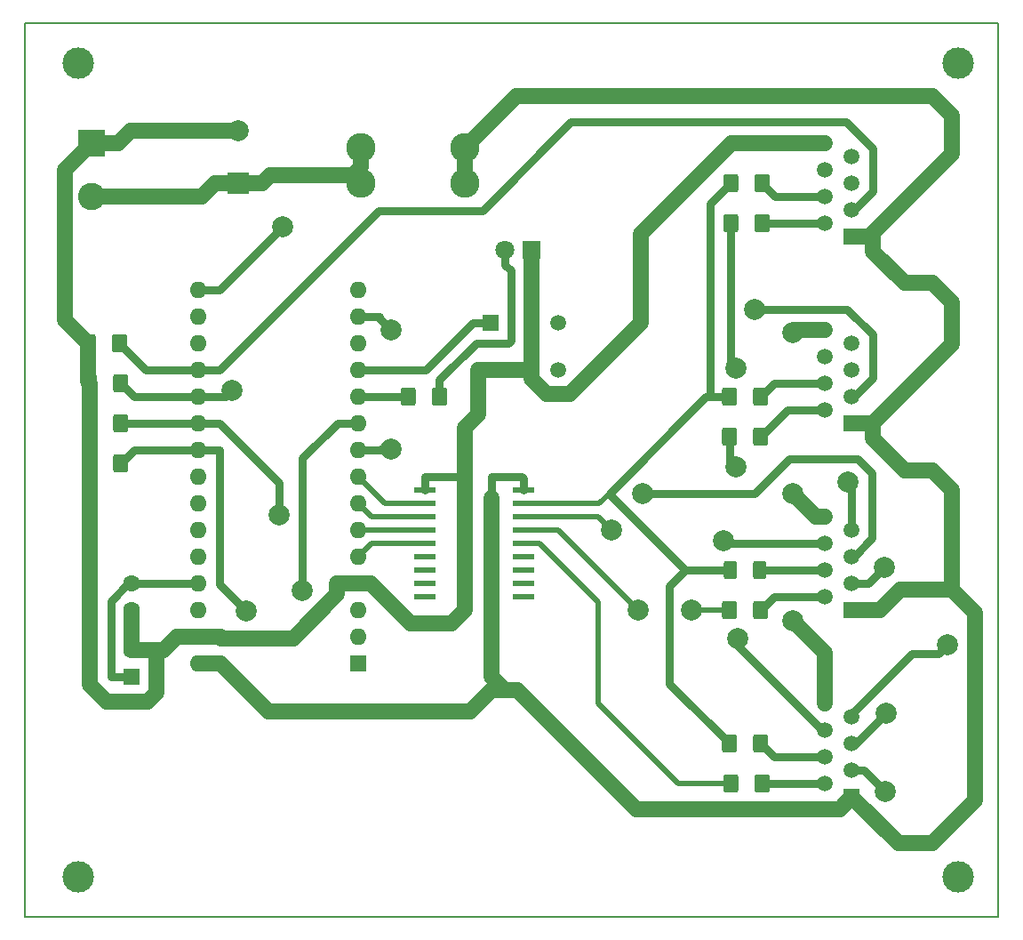
<source format=gbr>
G04 #@! TF.GenerationSoftware,KiCad,Pcbnew,5.0.2*
G04 #@! TF.CreationDate,2019-03-04T19:00:17-06:00*
G04 #@! TF.ProjectId,race timer,72616365-2074-4696-9d65-722e6b696361,rev?*
G04 #@! TF.SameCoordinates,PX6e37550PYe88b40*
G04 #@! TF.FileFunction,Copper,L2,Bot*
G04 #@! TF.FilePolarity,Positive*
%FSLAX46Y46*%
G04 Gerber Fmt 4.6, Leading zero omitted, Abs format (unit mm)*
G04 Created by KiCad (PCBNEW 5.0.2) date Mon 04 Mar 2019 19:00:17 CST*
%MOMM*%
%LPD*%
G01*
G04 APERTURE LIST*
G04 #@! TA.AperFunction,NonConductor*
%ADD10C,0.150000*%
G04 #@! TD*
G04 #@! TA.AperFunction,ComponentPad*
%ADD11C,3.000000*%
G04 #@! TD*
G04 #@! TA.AperFunction,SMDPad,CuDef*
%ADD12R,2.000000X0.600000*%
G04 #@! TD*
G04 #@! TA.AperFunction,ComponentPad*
%ADD13R,1.498000X1.498000*%
G04 #@! TD*
G04 #@! TA.AperFunction,ComponentPad*
%ADD14C,1.498000*%
G04 #@! TD*
G04 #@! TA.AperFunction,Conductor*
%ADD15C,0.100000*%
G04 #@! TD*
G04 #@! TA.AperFunction,SMDPad,CuDef*
%ADD16C,1.425000*%
G04 #@! TD*
G04 #@! TA.AperFunction,ComponentPad*
%ADD17R,1.600000X1.600000*%
G04 #@! TD*
G04 #@! TA.AperFunction,ComponentPad*
%ADD18C,1.600000*%
G04 #@! TD*
G04 #@! TA.AperFunction,ComponentPad*
%ADD19C,2.780000*%
G04 #@! TD*
G04 #@! TA.AperFunction,ComponentPad*
%ADD20C,1.800000*%
G04 #@! TD*
G04 #@! TA.AperFunction,ComponentPad*
%ADD21R,1.800000X1.800000*%
G04 #@! TD*
G04 #@! TA.AperFunction,SMDPad,CuDef*
%ADD22C,1.250000*%
G04 #@! TD*
G04 #@! TA.AperFunction,ComponentPad*
%ADD23R,2.600000X2.600000*%
G04 #@! TD*
G04 #@! TA.AperFunction,ComponentPad*
%ADD24C,2.600000*%
G04 #@! TD*
G04 #@! TA.AperFunction,ComponentPad*
%ADD25O,1.600000X1.600000*%
G04 #@! TD*
G04 #@! TA.AperFunction,ComponentPad*
%ADD26C,1.500000*%
G04 #@! TD*
G04 #@! TA.AperFunction,ComponentPad*
%ADD27R,1.500000X1.500000*%
G04 #@! TD*
G04 #@! TA.AperFunction,ComponentPad*
%ADD28R,2.000000X2.000000*%
G04 #@! TD*
G04 #@! TA.AperFunction,ComponentPad*
%ADD29C,2.000000*%
G04 #@! TD*
G04 #@! TA.AperFunction,ViaPad*
%ADD30C,2.000000*%
G04 #@! TD*
G04 #@! TA.AperFunction,Conductor*
%ADD31C,0.800000*%
G04 #@! TD*
G04 #@! TA.AperFunction,Conductor*
%ADD32C,0.500000*%
G04 #@! TD*
G04 #@! TA.AperFunction,Conductor*
%ADD33C,1.500000*%
G04 #@! TD*
G04 APERTURE END LIST*
D10*
X0Y0D02*
X-92710000Y0D01*
X-92710000Y0D02*
X-92710000Y-85090000D01*
X0Y-85090000D02*
X0Y0D01*
X-92710000Y-85090000D02*
X0Y-85090000D01*
D11*
G04 #@! TO.P,MOUNT3,1*
G04 #@! TO.N,N/C*
X-87630000Y-81280000D03*
G04 #@! TD*
G04 #@! TO.P,MOUNT4,1*
G04 #@! TO.N,N/C*
X-3810000Y-3810000D03*
G04 #@! TD*
G04 #@! TO.P,MOUNT2,1*
G04 #@! TO.N,N/C*
X-3810000Y-81280000D03*
G04 #@! TD*
D12*
G04 #@! TO.P,U1,1*
G04 #@! TO.N,Net-(U1-Pad1)*
X-54610000Y-54610000D03*
G04 #@! TO.P,U1,2*
G04 #@! TO.N,Net-(U1-Pad2)*
X-54610000Y-53340000D03*
G04 #@! TO.P,U1,3*
G04 #@! TO.N,Net-(U1-Pad3)*
X-54610000Y-52070000D03*
G04 #@! TO.P,U1,4*
G04 #@! TO.N,Net-(U1-Pad4)*
X-54610000Y-50800000D03*
G04 #@! TO.P,U1,5*
G04 #@! TO.N,Net-(A1-Pad5)*
X-54610000Y-49530000D03*
G04 #@! TO.P,U1,6*
G04 #@! TO.N,Net-(A1-Pad6)*
X-54610000Y-48260000D03*
G04 #@! TO.P,U1,7*
G04 #@! TO.N,Net-(A1-Pad7)*
X-54610000Y-46990000D03*
G04 #@! TO.P,U1,8*
G04 #@! TO.N,Net-(A1-Pad8)*
X-54610000Y-45720000D03*
G04 #@! TO.P,U1,9*
G04 #@! TO.N,GND*
X-54610000Y-44450000D03*
G04 #@! TO.P,U1,10*
G04 #@! TO.N,/12V_FUSED*
X-45210000Y-44450000D03*
G04 #@! TO.P,U1,11*
G04 #@! TO.N,Net-(R10-Pad2)*
X-45210000Y-45720000D03*
G04 #@! TO.P,U1,12*
G04 #@! TO.N,Net-(R11-Pad2)*
X-45210000Y-46990000D03*
G04 #@! TO.P,U1,13*
G04 #@! TO.N,Net-(R2-Pad2)*
X-45210000Y-48260000D03*
G04 #@! TO.P,U1,14*
G04 #@! TO.N,Net-(R1-Pad2)*
X-45210000Y-49530000D03*
G04 #@! TO.P,U1,15*
G04 #@! TO.N,Net-(U1-Pad15)*
X-45210000Y-50800000D03*
G04 #@! TO.P,U1,16*
G04 #@! TO.N,Net-(U1-Pad16)*
X-45210000Y-52070000D03*
G04 #@! TO.P,U1,17*
G04 #@! TO.N,Net-(U1-Pad17)*
X-45210000Y-53340000D03*
G04 #@! TO.P,U1,18*
G04 #@! TO.N,Net-(U1-Pad18)*
X-45210000Y-54610000D03*
G04 #@! TD*
D13*
G04 #@! TO.P,SW1,1*
G04 #@! TO.N,/PB1*
X-48410000Y-28520000D03*
D14*
G04 #@! TO.P,SW1,2*
G04 #@! TO.N,GND*
X-48410000Y-33020000D03*
G04 #@! TO.P,SW1,4*
G04 #@! TO.N,N/C*
X-41910000Y-33020000D03*
G04 #@! TO.P,SW1,3*
X-41910000Y-28520000D03*
G04 #@! TD*
D15*
G04 #@! TO.N,Net-(A1-Pad20)*
G04 #@! TO.C,R4*
G36*
X-83115496Y-33416204D02*
X-83091227Y-33419804D01*
X-83067429Y-33425765D01*
X-83044329Y-33434030D01*
X-83022151Y-33444520D01*
X-83001107Y-33457133D01*
X-82981402Y-33471747D01*
X-82963223Y-33488223D01*
X-82946747Y-33506402D01*
X-82932133Y-33526107D01*
X-82919520Y-33547151D01*
X-82909030Y-33569329D01*
X-82900765Y-33592429D01*
X-82894804Y-33616227D01*
X-82891204Y-33640496D01*
X-82890000Y-33665000D01*
X-82890000Y-34915000D01*
X-82891204Y-34939504D01*
X-82894804Y-34963773D01*
X-82900765Y-34987571D01*
X-82909030Y-35010671D01*
X-82919520Y-35032849D01*
X-82932133Y-35053893D01*
X-82946747Y-35073598D01*
X-82963223Y-35091777D01*
X-82981402Y-35108253D01*
X-83001107Y-35122867D01*
X-83022151Y-35135480D01*
X-83044329Y-35145970D01*
X-83067429Y-35154235D01*
X-83091227Y-35160196D01*
X-83115496Y-35163796D01*
X-83140000Y-35165000D01*
X-84065000Y-35165000D01*
X-84089504Y-35163796D01*
X-84113773Y-35160196D01*
X-84137571Y-35154235D01*
X-84160671Y-35145970D01*
X-84182849Y-35135480D01*
X-84203893Y-35122867D01*
X-84223598Y-35108253D01*
X-84241777Y-35091777D01*
X-84258253Y-35073598D01*
X-84272867Y-35053893D01*
X-84285480Y-35032849D01*
X-84295970Y-35010671D01*
X-84304235Y-34987571D01*
X-84310196Y-34963773D01*
X-84313796Y-34939504D01*
X-84315000Y-34915000D01*
X-84315000Y-33665000D01*
X-84313796Y-33640496D01*
X-84310196Y-33616227D01*
X-84304235Y-33592429D01*
X-84295970Y-33569329D01*
X-84285480Y-33547151D01*
X-84272867Y-33526107D01*
X-84258253Y-33506402D01*
X-84241777Y-33488223D01*
X-84223598Y-33471747D01*
X-84203893Y-33457133D01*
X-84182849Y-33444520D01*
X-84160671Y-33434030D01*
X-84137571Y-33425765D01*
X-84113773Y-33419804D01*
X-84089504Y-33416204D01*
X-84065000Y-33415000D01*
X-83140000Y-33415000D01*
X-83115496Y-33416204D01*
X-83115496Y-33416204D01*
G37*
D16*
G04 #@! TD*
G04 #@! TO.P,R4,2*
G04 #@! TO.N,Net-(A1-Pad20)*
X-83602500Y-34290000D03*
D15*
G04 #@! TO.N,GND*
G04 #@! TO.C,R4*
G36*
X-86090496Y-33416204D02*
X-86066227Y-33419804D01*
X-86042429Y-33425765D01*
X-86019329Y-33434030D01*
X-85997151Y-33444520D01*
X-85976107Y-33457133D01*
X-85956402Y-33471747D01*
X-85938223Y-33488223D01*
X-85921747Y-33506402D01*
X-85907133Y-33526107D01*
X-85894520Y-33547151D01*
X-85884030Y-33569329D01*
X-85875765Y-33592429D01*
X-85869804Y-33616227D01*
X-85866204Y-33640496D01*
X-85865000Y-33665000D01*
X-85865000Y-34915000D01*
X-85866204Y-34939504D01*
X-85869804Y-34963773D01*
X-85875765Y-34987571D01*
X-85884030Y-35010671D01*
X-85894520Y-35032849D01*
X-85907133Y-35053893D01*
X-85921747Y-35073598D01*
X-85938223Y-35091777D01*
X-85956402Y-35108253D01*
X-85976107Y-35122867D01*
X-85997151Y-35135480D01*
X-86019329Y-35145970D01*
X-86042429Y-35154235D01*
X-86066227Y-35160196D01*
X-86090496Y-35163796D01*
X-86115000Y-35165000D01*
X-87040000Y-35165000D01*
X-87064504Y-35163796D01*
X-87088773Y-35160196D01*
X-87112571Y-35154235D01*
X-87135671Y-35145970D01*
X-87157849Y-35135480D01*
X-87178893Y-35122867D01*
X-87198598Y-35108253D01*
X-87216777Y-35091777D01*
X-87233253Y-35073598D01*
X-87247867Y-35053893D01*
X-87260480Y-35032849D01*
X-87270970Y-35010671D01*
X-87279235Y-34987571D01*
X-87285196Y-34963773D01*
X-87288796Y-34939504D01*
X-87290000Y-34915000D01*
X-87290000Y-33665000D01*
X-87288796Y-33640496D01*
X-87285196Y-33616227D01*
X-87279235Y-33592429D01*
X-87270970Y-33569329D01*
X-87260480Y-33547151D01*
X-87247867Y-33526107D01*
X-87233253Y-33506402D01*
X-87216777Y-33488223D01*
X-87198598Y-33471747D01*
X-87178893Y-33457133D01*
X-87157849Y-33444520D01*
X-87135671Y-33434030D01*
X-87112571Y-33425765D01*
X-87088773Y-33419804D01*
X-87064504Y-33416204D01*
X-87040000Y-33415000D01*
X-86115000Y-33415000D01*
X-86090496Y-33416204D01*
X-86090496Y-33416204D01*
G37*
D16*
G04 #@! TD*
G04 #@! TO.P,R4,1*
G04 #@! TO.N,GND*
X-86577500Y-34290000D03*
D15*
G04 #@! TO.N,GND*
G04 #@! TO.C,R3*
G36*
X-86220496Y-29606204D02*
X-86196227Y-29609804D01*
X-86172429Y-29615765D01*
X-86149329Y-29624030D01*
X-86127151Y-29634520D01*
X-86106107Y-29647133D01*
X-86086402Y-29661747D01*
X-86068223Y-29678223D01*
X-86051747Y-29696402D01*
X-86037133Y-29716107D01*
X-86024520Y-29737151D01*
X-86014030Y-29759329D01*
X-86005765Y-29782429D01*
X-85999804Y-29806227D01*
X-85996204Y-29830496D01*
X-85995000Y-29855000D01*
X-85995000Y-31105000D01*
X-85996204Y-31129504D01*
X-85999804Y-31153773D01*
X-86005765Y-31177571D01*
X-86014030Y-31200671D01*
X-86024520Y-31222849D01*
X-86037133Y-31243893D01*
X-86051747Y-31263598D01*
X-86068223Y-31281777D01*
X-86086402Y-31298253D01*
X-86106107Y-31312867D01*
X-86127151Y-31325480D01*
X-86149329Y-31335970D01*
X-86172429Y-31344235D01*
X-86196227Y-31350196D01*
X-86220496Y-31353796D01*
X-86245000Y-31355000D01*
X-87170000Y-31355000D01*
X-87194504Y-31353796D01*
X-87218773Y-31350196D01*
X-87242571Y-31344235D01*
X-87265671Y-31335970D01*
X-87287849Y-31325480D01*
X-87308893Y-31312867D01*
X-87328598Y-31298253D01*
X-87346777Y-31281777D01*
X-87363253Y-31263598D01*
X-87377867Y-31243893D01*
X-87390480Y-31222849D01*
X-87400970Y-31200671D01*
X-87409235Y-31177571D01*
X-87415196Y-31153773D01*
X-87418796Y-31129504D01*
X-87420000Y-31105000D01*
X-87420000Y-29855000D01*
X-87418796Y-29830496D01*
X-87415196Y-29806227D01*
X-87409235Y-29782429D01*
X-87400970Y-29759329D01*
X-87390480Y-29737151D01*
X-87377867Y-29716107D01*
X-87363253Y-29696402D01*
X-87346777Y-29678223D01*
X-87328598Y-29661747D01*
X-87308893Y-29647133D01*
X-87287849Y-29634520D01*
X-87265671Y-29624030D01*
X-87242571Y-29615765D01*
X-87218773Y-29609804D01*
X-87194504Y-29606204D01*
X-87170000Y-29605000D01*
X-86245000Y-29605000D01*
X-86220496Y-29606204D01*
X-86220496Y-29606204D01*
G37*
D16*
G04 #@! TD*
G04 #@! TO.P,R3,1*
G04 #@! TO.N,GND*
X-86707500Y-30480000D03*
D15*
G04 #@! TO.N,Net-(A1-Pad19)*
G04 #@! TO.C,R3*
G36*
X-83245496Y-29606204D02*
X-83221227Y-29609804D01*
X-83197429Y-29615765D01*
X-83174329Y-29624030D01*
X-83152151Y-29634520D01*
X-83131107Y-29647133D01*
X-83111402Y-29661747D01*
X-83093223Y-29678223D01*
X-83076747Y-29696402D01*
X-83062133Y-29716107D01*
X-83049520Y-29737151D01*
X-83039030Y-29759329D01*
X-83030765Y-29782429D01*
X-83024804Y-29806227D01*
X-83021204Y-29830496D01*
X-83020000Y-29855000D01*
X-83020000Y-31105000D01*
X-83021204Y-31129504D01*
X-83024804Y-31153773D01*
X-83030765Y-31177571D01*
X-83039030Y-31200671D01*
X-83049520Y-31222849D01*
X-83062133Y-31243893D01*
X-83076747Y-31263598D01*
X-83093223Y-31281777D01*
X-83111402Y-31298253D01*
X-83131107Y-31312867D01*
X-83152151Y-31325480D01*
X-83174329Y-31335970D01*
X-83197429Y-31344235D01*
X-83221227Y-31350196D01*
X-83245496Y-31353796D01*
X-83270000Y-31355000D01*
X-84195000Y-31355000D01*
X-84219504Y-31353796D01*
X-84243773Y-31350196D01*
X-84267571Y-31344235D01*
X-84290671Y-31335970D01*
X-84312849Y-31325480D01*
X-84333893Y-31312867D01*
X-84353598Y-31298253D01*
X-84371777Y-31281777D01*
X-84388253Y-31263598D01*
X-84402867Y-31243893D01*
X-84415480Y-31222849D01*
X-84425970Y-31200671D01*
X-84434235Y-31177571D01*
X-84440196Y-31153773D01*
X-84443796Y-31129504D01*
X-84445000Y-31105000D01*
X-84445000Y-29855000D01*
X-84443796Y-29830496D01*
X-84440196Y-29806227D01*
X-84434235Y-29782429D01*
X-84425970Y-29759329D01*
X-84415480Y-29737151D01*
X-84402867Y-29716107D01*
X-84388253Y-29696402D01*
X-84371777Y-29678223D01*
X-84353598Y-29661747D01*
X-84333893Y-29647133D01*
X-84312849Y-29634520D01*
X-84290671Y-29624030D01*
X-84267571Y-29615765D01*
X-84243773Y-29609804D01*
X-84219504Y-29606204D01*
X-84195000Y-29605000D01*
X-83270000Y-29605000D01*
X-83245496Y-29606204D01*
X-83245496Y-29606204D01*
G37*
D16*
G04 #@! TD*
G04 #@! TO.P,R3,2*
G04 #@! TO.N,Net-(A1-Pad19)*
X-83732500Y-30480000D03*
D15*
G04 #@! TO.N,Net-(R2-Pad2)*
G04 #@! TO.C,R2*
G36*
X-25130496Y-55006204D02*
X-25106227Y-55009804D01*
X-25082429Y-55015765D01*
X-25059329Y-55024030D01*
X-25037151Y-55034520D01*
X-25016107Y-55047133D01*
X-24996402Y-55061747D01*
X-24978223Y-55078223D01*
X-24961747Y-55096402D01*
X-24947133Y-55116107D01*
X-24934520Y-55137151D01*
X-24924030Y-55159329D01*
X-24915765Y-55182429D01*
X-24909804Y-55206227D01*
X-24906204Y-55230496D01*
X-24905000Y-55255000D01*
X-24905000Y-56505000D01*
X-24906204Y-56529504D01*
X-24909804Y-56553773D01*
X-24915765Y-56577571D01*
X-24924030Y-56600671D01*
X-24934520Y-56622849D01*
X-24947133Y-56643893D01*
X-24961747Y-56663598D01*
X-24978223Y-56681777D01*
X-24996402Y-56698253D01*
X-25016107Y-56712867D01*
X-25037151Y-56725480D01*
X-25059329Y-56735970D01*
X-25082429Y-56744235D01*
X-25106227Y-56750196D01*
X-25130496Y-56753796D01*
X-25155000Y-56755000D01*
X-26080000Y-56755000D01*
X-26104504Y-56753796D01*
X-26128773Y-56750196D01*
X-26152571Y-56744235D01*
X-26175671Y-56735970D01*
X-26197849Y-56725480D01*
X-26218893Y-56712867D01*
X-26238598Y-56698253D01*
X-26256777Y-56681777D01*
X-26273253Y-56663598D01*
X-26287867Y-56643893D01*
X-26300480Y-56622849D01*
X-26310970Y-56600671D01*
X-26319235Y-56577571D01*
X-26325196Y-56553773D01*
X-26328796Y-56529504D01*
X-26330000Y-56505000D01*
X-26330000Y-55255000D01*
X-26328796Y-55230496D01*
X-26325196Y-55206227D01*
X-26319235Y-55182429D01*
X-26310970Y-55159329D01*
X-26300480Y-55137151D01*
X-26287867Y-55116107D01*
X-26273253Y-55096402D01*
X-26256777Y-55078223D01*
X-26238598Y-55061747D01*
X-26218893Y-55047133D01*
X-26197849Y-55034520D01*
X-26175671Y-55024030D01*
X-26152571Y-55015765D01*
X-26128773Y-55009804D01*
X-26104504Y-55006204D01*
X-26080000Y-55005000D01*
X-25155000Y-55005000D01*
X-25130496Y-55006204D01*
X-25130496Y-55006204D01*
G37*
D16*
G04 #@! TD*
G04 #@! TO.P,R2,2*
G04 #@! TO.N,Net-(R2-Pad2)*
X-25617500Y-55880000D03*
D15*
G04 #@! TO.N,Net-(L1_Finish1-Pad2)*
G04 #@! TO.C,R2*
G36*
X-22155496Y-55006204D02*
X-22131227Y-55009804D01*
X-22107429Y-55015765D01*
X-22084329Y-55024030D01*
X-22062151Y-55034520D01*
X-22041107Y-55047133D01*
X-22021402Y-55061747D01*
X-22003223Y-55078223D01*
X-21986747Y-55096402D01*
X-21972133Y-55116107D01*
X-21959520Y-55137151D01*
X-21949030Y-55159329D01*
X-21940765Y-55182429D01*
X-21934804Y-55206227D01*
X-21931204Y-55230496D01*
X-21930000Y-55255000D01*
X-21930000Y-56505000D01*
X-21931204Y-56529504D01*
X-21934804Y-56553773D01*
X-21940765Y-56577571D01*
X-21949030Y-56600671D01*
X-21959520Y-56622849D01*
X-21972133Y-56643893D01*
X-21986747Y-56663598D01*
X-22003223Y-56681777D01*
X-22021402Y-56698253D01*
X-22041107Y-56712867D01*
X-22062151Y-56725480D01*
X-22084329Y-56735970D01*
X-22107429Y-56744235D01*
X-22131227Y-56750196D01*
X-22155496Y-56753796D01*
X-22180000Y-56755000D01*
X-23105000Y-56755000D01*
X-23129504Y-56753796D01*
X-23153773Y-56750196D01*
X-23177571Y-56744235D01*
X-23200671Y-56735970D01*
X-23222849Y-56725480D01*
X-23243893Y-56712867D01*
X-23263598Y-56698253D01*
X-23281777Y-56681777D01*
X-23298253Y-56663598D01*
X-23312867Y-56643893D01*
X-23325480Y-56622849D01*
X-23335970Y-56600671D01*
X-23344235Y-56577571D01*
X-23350196Y-56553773D01*
X-23353796Y-56529504D01*
X-23355000Y-56505000D01*
X-23355000Y-55255000D01*
X-23353796Y-55230496D01*
X-23350196Y-55206227D01*
X-23344235Y-55182429D01*
X-23335970Y-55159329D01*
X-23325480Y-55137151D01*
X-23312867Y-55116107D01*
X-23298253Y-55096402D01*
X-23281777Y-55078223D01*
X-23263598Y-55061747D01*
X-23243893Y-55047133D01*
X-23222849Y-55034520D01*
X-23200671Y-55024030D01*
X-23177571Y-55015765D01*
X-23153773Y-55009804D01*
X-23129504Y-55006204D01*
X-23105000Y-55005000D01*
X-22180000Y-55005000D01*
X-22155496Y-55006204D01*
X-22155496Y-55006204D01*
G37*
D16*
G04 #@! TD*
G04 #@! TO.P,R2,1*
G04 #@! TO.N,Net-(L1_Finish1-Pad2)*
X-22642500Y-55880000D03*
D15*
G04 #@! TO.N,Net-(L2_finish1-Pad2)*
G04 #@! TO.C,R1*
G36*
X-22025496Y-71516204D02*
X-22001227Y-71519804D01*
X-21977429Y-71525765D01*
X-21954329Y-71534030D01*
X-21932151Y-71544520D01*
X-21911107Y-71557133D01*
X-21891402Y-71571747D01*
X-21873223Y-71588223D01*
X-21856747Y-71606402D01*
X-21842133Y-71626107D01*
X-21829520Y-71647151D01*
X-21819030Y-71669329D01*
X-21810765Y-71692429D01*
X-21804804Y-71716227D01*
X-21801204Y-71740496D01*
X-21800000Y-71765000D01*
X-21800000Y-73015000D01*
X-21801204Y-73039504D01*
X-21804804Y-73063773D01*
X-21810765Y-73087571D01*
X-21819030Y-73110671D01*
X-21829520Y-73132849D01*
X-21842133Y-73153893D01*
X-21856747Y-73173598D01*
X-21873223Y-73191777D01*
X-21891402Y-73208253D01*
X-21911107Y-73222867D01*
X-21932151Y-73235480D01*
X-21954329Y-73245970D01*
X-21977429Y-73254235D01*
X-22001227Y-73260196D01*
X-22025496Y-73263796D01*
X-22050000Y-73265000D01*
X-22975000Y-73265000D01*
X-22999504Y-73263796D01*
X-23023773Y-73260196D01*
X-23047571Y-73254235D01*
X-23070671Y-73245970D01*
X-23092849Y-73235480D01*
X-23113893Y-73222867D01*
X-23133598Y-73208253D01*
X-23151777Y-73191777D01*
X-23168253Y-73173598D01*
X-23182867Y-73153893D01*
X-23195480Y-73132849D01*
X-23205970Y-73110671D01*
X-23214235Y-73087571D01*
X-23220196Y-73063773D01*
X-23223796Y-73039504D01*
X-23225000Y-73015000D01*
X-23225000Y-71765000D01*
X-23223796Y-71740496D01*
X-23220196Y-71716227D01*
X-23214235Y-71692429D01*
X-23205970Y-71669329D01*
X-23195480Y-71647151D01*
X-23182867Y-71626107D01*
X-23168253Y-71606402D01*
X-23151777Y-71588223D01*
X-23133598Y-71571747D01*
X-23113893Y-71557133D01*
X-23092849Y-71544520D01*
X-23070671Y-71534030D01*
X-23047571Y-71525765D01*
X-23023773Y-71519804D01*
X-22999504Y-71516204D01*
X-22975000Y-71515000D01*
X-22050000Y-71515000D01*
X-22025496Y-71516204D01*
X-22025496Y-71516204D01*
G37*
D16*
G04 #@! TD*
G04 #@! TO.P,R1,1*
G04 #@! TO.N,Net-(L2_finish1-Pad2)*
X-22512500Y-72390000D03*
D15*
G04 #@! TO.N,Net-(R1-Pad2)*
G04 #@! TO.C,R1*
G36*
X-25000496Y-71516204D02*
X-24976227Y-71519804D01*
X-24952429Y-71525765D01*
X-24929329Y-71534030D01*
X-24907151Y-71544520D01*
X-24886107Y-71557133D01*
X-24866402Y-71571747D01*
X-24848223Y-71588223D01*
X-24831747Y-71606402D01*
X-24817133Y-71626107D01*
X-24804520Y-71647151D01*
X-24794030Y-71669329D01*
X-24785765Y-71692429D01*
X-24779804Y-71716227D01*
X-24776204Y-71740496D01*
X-24775000Y-71765000D01*
X-24775000Y-73015000D01*
X-24776204Y-73039504D01*
X-24779804Y-73063773D01*
X-24785765Y-73087571D01*
X-24794030Y-73110671D01*
X-24804520Y-73132849D01*
X-24817133Y-73153893D01*
X-24831747Y-73173598D01*
X-24848223Y-73191777D01*
X-24866402Y-73208253D01*
X-24886107Y-73222867D01*
X-24907151Y-73235480D01*
X-24929329Y-73245970D01*
X-24952429Y-73254235D01*
X-24976227Y-73260196D01*
X-25000496Y-73263796D01*
X-25025000Y-73265000D01*
X-25950000Y-73265000D01*
X-25974504Y-73263796D01*
X-25998773Y-73260196D01*
X-26022571Y-73254235D01*
X-26045671Y-73245970D01*
X-26067849Y-73235480D01*
X-26088893Y-73222867D01*
X-26108598Y-73208253D01*
X-26126777Y-73191777D01*
X-26143253Y-73173598D01*
X-26157867Y-73153893D01*
X-26170480Y-73132849D01*
X-26180970Y-73110671D01*
X-26189235Y-73087571D01*
X-26195196Y-73063773D01*
X-26198796Y-73039504D01*
X-26200000Y-73015000D01*
X-26200000Y-71765000D01*
X-26198796Y-71740496D01*
X-26195196Y-71716227D01*
X-26189235Y-71692429D01*
X-26180970Y-71669329D01*
X-26170480Y-71647151D01*
X-26157867Y-71626107D01*
X-26143253Y-71606402D01*
X-26126777Y-71588223D01*
X-26108598Y-71571747D01*
X-26088893Y-71557133D01*
X-26067849Y-71544520D01*
X-26045671Y-71534030D01*
X-26022571Y-71525765D01*
X-25998773Y-71519804D01*
X-25974504Y-71516204D01*
X-25950000Y-71515000D01*
X-25025000Y-71515000D01*
X-25000496Y-71516204D01*
X-25000496Y-71516204D01*
G37*
D16*
G04 #@! TD*
G04 #@! TO.P,R1,2*
G04 #@! TO.N,Net-(R1-Pad2)*
X-25487500Y-72390000D03*
D15*
G04 #@! TO.N,Net-(A1-Pad21)*
G04 #@! TO.C,R5*
G36*
X-83115496Y-37226204D02*
X-83091227Y-37229804D01*
X-83067429Y-37235765D01*
X-83044329Y-37244030D01*
X-83022151Y-37254520D01*
X-83001107Y-37267133D01*
X-82981402Y-37281747D01*
X-82963223Y-37298223D01*
X-82946747Y-37316402D01*
X-82932133Y-37336107D01*
X-82919520Y-37357151D01*
X-82909030Y-37379329D01*
X-82900765Y-37402429D01*
X-82894804Y-37426227D01*
X-82891204Y-37450496D01*
X-82890000Y-37475000D01*
X-82890000Y-38725000D01*
X-82891204Y-38749504D01*
X-82894804Y-38773773D01*
X-82900765Y-38797571D01*
X-82909030Y-38820671D01*
X-82919520Y-38842849D01*
X-82932133Y-38863893D01*
X-82946747Y-38883598D01*
X-82963223Y-38901777D01*
X-82981402Y-38918253D01*
X-83001107Y-38932867D01*
X-83022151Y-38945480D01*
X-83044329Y-38955970D01*
X-83067429Y-38964235D01*
X-83091227Y-38970196D01*
X-83115496Y-38973796D01*
X-83140000Y-38975000D01*
X-84065000Y-38975000D01*
X-84089504Y-38973796D01*
X-84113773Y-38970196D01*
X-84137571Y-38964235D01*
X-84160671Y-38955970D01*
X-84182849Y-38945480D01*
X-84203893Y-38932867D01*
X-84223598Y-38918253D01*
X-84241777Y-38901777D01*
X-84258253Y-38883598D01*
X-84272867Y-38863893D01*
X-84285480Y-38842849D01*
X-84295970Y-38820671D01*
X-84304235Y-38797571D01*
X-84310196Y-38773773D01*
X-84313796Y-38749504D01*
X-84315000Y-38725000D01*
X-84315000Y-37475000D01*
X-84313796Y-37450496D01*
X-84310196Y-37426227D01*
X-84304235Y-37402429D01*
X-84295970Y-37379329D01*
X-84285480Y-37357151D01*
X-84272867Y-37336107D01*
X-84258253Y-37316402D01*
X-84241777Y-37298223D01*
X-84223598Y-37281747D01*
X-84203893Y-37267133D01*
X-84182849Y-37254520D01*
X-84160671Y-37244030D01*
X-84137571Y-37235765D01*
X-84113773Y-37229804D01*
X-84089504Y-37226204D01*
X-84065000Y-37225000D01*
X-83140000Y-37225000D01*
X-83115496Y-37226204D01*
X-83115496Y-37226204D01*
G37*
D16*
G04 #@! TD*
G04 #@! TO.P,R5,2*
G04 #@! TO.N,Net-(A1-Pad21)*
X-83602500Y-38100000D03*
D15*
G04 #@! TO.N,GND*
G04 #@! TO.C,R5*
G36*
X-86090496Y-37226204D02*
X-86066227Y-37229804D01*
X-86042429Y-37235765D01*
X-86019329Y-37244030D01*
X-85997151Y-37254520D01*
X-85976107Y-37267133D01*
X-85956402Y-37281747D01*
X-85938223Y-37298223D01*
X-85921747Y-37316402D01*
X-85907133Y-37336107D01*
X-85894520Y-37357151D01*
X-85884030Y-37379329D01*
X-85875765Y-37402429D01*
X-85869804Y-37426227D01*
X-85866204Y-37450496D01*
X-85865000Y-37475000D01*
X-85865000Y-38725000D01*
X-85866204Y-38749504D01*
X-85869804Y-38773773D01*
X-85875765Y-38797571D01*
X-85884030Y-38820671D01*
X-85894520Y-38842849D01*
X-85907133Y-38863893D01*
X-85921747Y-38883598D01*
X-85938223Y-38901777D01*
X-85956402Y-38918253D01*
X-85976107Y-38932867D01*
X-85997151Y-38945480D01*
X-86019329Y-38955970D01*
X-86042429Y-38964235D01*
X-86066227Y-38970196D01*
X-86090496Y-38973796D01*
X-86115000Y-38975000D01*
X-87040000Y-38975000D01*
X-87064504Y-38973796D01*
X-87088773Y-38970196D01*
X-87112571Y-38964235D01*
X-87135671Y-38955970D01*
X-87157849Y-38945480D01*
X-87178893Y-38932867D01*
X-87198598Y-38918253D01*
X-87216777Y-38901777D01*
X-87233253Y-38883598D01*
X-87247867Y-38863893D01*
X-87260480Y-38842849D01*
X-87270970Y-38820671D01*
X-87279235Y-38797571D01*
X-87285196Y-38773773D01*
X-87288796Y-38749504D01*
X-87290000Y-38725000D01*
X-87290000Y-37475000D01*
X-87288796Y-37450496D01*
X-87285196Y-37426227D01*
X-87279235Y-37402429D01*
X-87270970Y-37379329D01*
X-87260480Y-37357151D01*
X-87247867Y-37336107D01*
X-87233253Y-37316402D01*
X-87216777Y-37298223D01*
X-87198598Y-37281747D01*
X-87178893Y-37267133D01*
X-87157849Y-37254520D01*
X-87135671Y-37244030D01*
X-87112571Y-37235765D01*
X-87088773Y-37229804D01*
X-87064504Y-37226204D01*
X-87040000Y-37225000D01*
X-86115000Y-37225000D01*
X-86090496Y-37226204D01*
X-86090496Y-37226204D01*
G37*
D16*
G04 #@! TD*
G04 #@! TO.P,R5,1*
G04 #@! TO.N,GND*
X-86577500Y-38100000D03*
D15*
G04 #@! TO.N,GND*
G04 #@! TO.C,R6*
G36*
X-86090496Y-41036204D02*
X-86066227Y-41039804D01*
X-86042429Y-41045765D01*
X-86019329Y-41054030D01*
X-85997151Y-41064520D01*
X-85976107Y-41077133D01*
X-85956402Y-41091747D01*
X-85938223Y-41108223D01*
X-85921747Y-41126402D01*
X-85907133Y-41146107D01*
X-85894520Y-41167151D01*
X-85884030Y-41189329D01*
X-85875765Y-41212429D01*
X-85869804Y-41236227D01*
X-85866204Y-41260496D01*
X-85865000Y-41285000D01*
X-85865000Y-42535000D01*
X-85866204Y-42559504D01*
X-85869804Y-42583773D01*
X-85875765Y-42607571D01*
X-85884030Y-42630671D01*
X-85894520Y-42652849D01*
X-85907133Y-42673893D01*
X-85921747Y-42693598D01*
X-85938223Y-42711777D01*
X-85956402Y-42728253D01*
X-85976107Y-42742867D01*
X-85997151Y-42755480D01*
X-86019329Y-42765970D01*
X-86042429Y-42774235D01*
X-86066227Y-42780196D01*
X-86090496Y-42783796D01*
X-86115000Y-42785000D01*
X-87040000Y-42785000D01*
X-87064504Y-42783796D01*
X-87088773Y-42780196D01*
X-87112571Y-42774235D01*
X-87135671Y-42765970D01*
X-87157849Y-42755480D01*
X-87178893Y-42742867D01*
X-87198598Y-42728253D01*
X-87216777Y-42711777D01*
X-87233253Y-42693598D01*
X-87247867Y-42673893D01*
X-87260480Y-42652849D01*
X-87270970Y-42630671D01*
X-87279235Y-42607571D01*
X-87285196Y-42583773D01*
X-87288796Y-42559504D01*
X-87290000Y-42535000D01*
X-87290000Y-41285000D01*
X-87288796Y-41260496D01*
X-87285196Y-41236227D01*
X-87279235Y-41212429D01*
X-87270970Y-41189329D01*
X-87260480Y-41167151D01*
X-87247867Y-41146107D01*
X-87233253Y-41126402D01*
X-87216777Y-41108223D01*
X-87198598Y-41091747D01*
X-87178893Y-41077133D01*
X-87157849Y-41064520D01*
X-87135671Y-41054030D01*
X-87112571Y-41045765D01*
X-87088773Y-41039804D01*
X-87064504Y-41036204D01*
X-87040000Y-41035000D01*
X-86115000Y-41035000D01*
X-86090496Y-41036204D01*
X-86090496Y-41036204D01*
G37*
D16*
G04 #@! TD*
G04 #@! TO.P,R6,1*
G04 #@! TO.N,GND*
X-86577500Y-41910000D03*
D15*
G04 #@! TO.N,Net-(A1-Pad22)*
G04 #@! TO.C,R6*
G36*
X-83115496Y-41036204D02*
X-83091227Y-41039804D01*
X-83067429Y-41045765D01*
X-83044329Y-41054030D01*
X-83022151Y-41064520D01*
X-83001107Y-41077133D01*
X-82981402Y-41091747D01*
X-82963223Y-41108223D01*
X-82946747Y-41126402D01*
X-82932133Y-41146107D01*
X-82919520Y-41167151D01*
X-82909030Y-41189329D01*
X-82900765Y-41212429D01*
X-82894804Y-41236227D01*
X-82891204Y-41260496D01*
X-82890000Y-41285000D01*
X-82890000Y-42535000D01*
X-82891204Y-42559504D01*
X-82894804Y-42583773D01*
X-82900765Y-42607571D01*
X-82909030Y-42630671D01*
X-82919520Y-42652849D01*
X-82932133Y-42673893D01*
X-82946747Y-42693598D01*
X-82963223Y-42711777D01*
X-82981402Y-42728253D01*
X-83001107Y-42742867D01*
X-83022151Y-42755480D01*
X-83044329Y-42765970D01*
X-83067429Y-42774235D01*
X-83091227Y-42780196D01*
X-83115496Y-42783796D01*
X-83140000Y-42785000D01*
X-84065000Y-42785000D01*
X-84089504Y-42783796D01*
X-84113773Y-42780196D01*
X-84137571Y-42774235D01*
X-84160671Y-42765970D01*
X-84182849Y-42755480D01*
X-84203893Y-42742867D01*
X-84223598Y-42728253D01*
X-84241777Y-42711777D01*
X-84258253Y-42693598D01*
X-84272867Y-42673893D01*
X-84285480Y-42652849D01*
X-84295970Y-42630671D01*
X-84304235Y-42607571D01*
X-84310196Y-42583773D01*
X-84313796Y-42559504D01*
X-84315000Y-42535000D01*
X-84315000Y-41285000D01*
X-84313796Y-41260496D01*
X-84310196Y-41236227D01*
X-84304235Y-41212429D01*
X-84295970Y-41189329D01*
X-84285480Y-41167151D01*
X-84272867Y-41146107D01*
X-84258253Y-41126402D01*
X-84241777Y-41108223D01*
X-84223598Y-41091747D01*
X-84203893Y-41077133D01*
X-84182849Y-41064520D01*
X-84160671Y-41054030D01*
X-84137571Y-41045765D01*
X-84113773Y-41039804D01*
X-84089504Y-41036204D01*
X-84065000Y-41035000D01*
X-83140000Y-41035000D01*
X-83115496Y-41036204D01*
X-83115496Y-41036204D01*
G37*
D16*
G04 #@! TD*
G04 #@! TO.P,R6,2*
G04 #@! TO.N,Net-(A1-Pad22)*
X-83602500Y-41910000D03*
D15*
G04 #@! TO.N,Net-(R10-Pad2)*
G04 #@! TO.C,R7*
G36*
X-25000496Y-14366204D02*
X-24976227Y-14369804D01*
X-24952429Y-14375765D01*
X-24929329Y-14384030D01*
X-24907151Y-14394520D01*
X-24886107Y-14407133D01*
X-24866402Y-14421747D01*
X-24848223Y-14438223D01*
X-24831747Y-14456402D01*
X-24817133Y-14476107D01*
X-24804520Y-14497151D01*
X-24794030Y-14519329D01*
X-24785765Y-14542429D01*
X-24779804Y-14566227D01*
X-24776204Y-14590496D01*
X-24775000Y-14615000D01*
X-24775000Y-15865000D01*
X-24776204Y-15889504D01*
X-24779804Y-15913773D01*
X-24785765Y-15937571D01*
X-24794030Y-15960671D01*
X-24804520Y-15982849D01*
X-24817133Y-16003893D01*
X-24831747Y-16023598D01*
X-24848223Y-16041777D01*
X-24866402Y-16058253D01*
X-24886107Y-16072867D01*
X-24907151Y-16085480D01*
X-24929329Y-16095970D01*
X-24952429Y-16104235D01*
X-24976227Y-16110196D01*
X-25000496Y-16113796D01*
X-25025000Y-16115000D01*
X-25950000Y-16115000D01*
X-25974504Y-16113796D01*
X-25998773Y-16110196D01*
X-26022571Y-16104235D01*
X-26045671Y-16095970D01*
X-26067849Y-16085480D01*
X-26088893Y-16072867D01*
X-26108598Y-16058253D01*
X-26126777Y-16041777D01*
X-26143253Y-16023598D01*
X-26157867Y-16003893D01*
X-26170480Y-15982849D01*
X-26180970Y-15960671D01*
X-26189235Y-15937571D01*
X-26195196Y-15913773D01*
X-26198796Y-15889504D01*
X-26200000Y-15865000D01*
X-26200000Y-14615000D01*
X-26198796Y-14590496D01*
X-26195196Y-14566227D01*
X-26189235Y-14542429D01*
X-26180970Y-14519329D01*
X-26170480Y-14497151D01*
X-26157867Y-14476107D01*
X-26143253Y-14456402D01*
X-26126777Y-14438223D01*
X-26108598Y-14421747D01*
X-26088893Y-14407133D01*
X-26067849Y-14394520D01*
X-26045671Y-14384030D01*
X-26022571Y-14375765D01*
X-25998773Y-14369804D01*
X-25974504Y-14366204D01*
X-25950000Y-14365000D01*
X-25025000Y-14365000D01*
X-25000496Y-14366204D01*
X-25000496Y-14366204D01*
G37*
D16*
G04 #@! TD*
G04 #@! TO.P,R7,2*
G04 #@! TO.N,Net-(R10-Pad2)*
X-25487500Y-15240000D03*
D15*
G04 #@! TO.N,/PORT0_LED_EXCITE*
G04 #@! TO.C,R7*
G36*
X-22025496Y-14366204D02*
X-22001227Y-14369804D01*
X-21977429Y-14375765D01*
X-21954329Y-14384030D01*
X-21932151Y-14394520D01*
X-21911107Y-14407133D01*
X-21891402Y-14421747D01*
X-21873223Y-14438223D01*
X-21856747Y-14456402D01*
X-21842133Y-14476107D01*
X-21829520Y-14497151D01*
X-21819030Y-14519329D01*
X-21810765Y-14542429D01*
X-21804804Y-14566227D01*
X-21801204Y-14590496D01*
X-21800000Y-14615000D01*
X-21800000Y-15865000D01*
X-21801204Y-15889504D01*
X-21804804Y-15913773D01*
X-21810765Y-15937571D01*
X-21819030Y-15960671D01*
X-21829520Y-15982849D01*
X-21842133Y-16003893D01*
X-21856747Y-16023598D01*
X-21873223Y-16041777D01*
X-21891402Y-16058253D01*
X-21911107Y-16072867D01*
X-21932151Y-16085480D01*
X-21954329Y-16095970D01*
X-21977429Y-16104235D01*
X-22001227Y-16110196D01*
X-22025496Y-16113796D01*
X-22050000Y-16115000D01*
X-22975000Y-16115000D01*
X-22999504Y-16113796D01*
X-23023773Y-16110196D01*
X-23047571Y-16104235D01*
X-23070671Y-16095970D01*
X-23092849Y-16085480D01*
X-23113893Y-16072867D01*
X-23133598Y-16058253D01*
X-23151777Y-16041777D01*
X-23168253Y-16023598D01*
X-23182867Y-16003893D01*
X-23195480Y-15982849D01*
X-23205970Y-15960671D01*
X-23214235Y-15937571D01*
X-23220196Y-15913773D01*
X-23223796Y-15889504D01*
X-23225000Y-15865000D01*
X-23225000Y-14615000D01*
X-23223796Y-14590496D01*
X-23220196Y-14566227D01*
X-23214235Y-14542429D01*
X-23205970Y-14519329D01*
X-23195480Y-14497151D01*
X-23182867Y-14476107D01*
X-23168253Y-14456402D01*
X-23151777Y-14438223D01*
X-23133598Y-14421747D01*
X-23113893Y-14407133D01*
X-23092849Y-14394520D01*
X-23070671Y-14384030D01*
X-23047571Y-14375765D01*
X-23023773Y-14369804D01*
X-22999504Y-14366204D01*
X-22975000Y-14365000D01*
X-22050000Y-14365000D01*
X-22025496Y-14366204D01*
X-22025496Y-14366204D01*
G37*
D16*
G04 #@! TD*
G04 #@! TO.P,R7,1*
G04 #@! TO.N,/PORT0_LED_EXCITE*
X-22512500Y-15240000D03*
D15*
G04 #@! TO.N,/PORT1_LED_EXCITE*
G04 #@! TO.C,R8*
G36*
X-22155496Y-34686204D02*
X-22131227Y-34689804D01*
X-22107429Y-34695765D01*
X-22084329Y-34704030D01*
X-22062151Y-34714520D01*
X-22041107Y-34727133D01*
X-22021402Y-34741747D01*
X-22003223Y-34758223D01*
X-21986747Y-34776402D01*
X-21972133Y-34796107D01*
X-21959520Y-34817151D01*
X-21949030Y-34839329D01*
X-21940765Y-34862429D01*
X-21934804Y-34886227D01*
X-21931204Y-34910496D01*
X-21930000Y-34935000D01*
X-21930000Y-36185000D01*
X-21931204Y-36209504D01*
X-21934804Y-36233773D01*
X-21940765Y-36257571D01*
X-21949030Y-36280671D01*
X-21959520Y-36302849D01*
X-21972133Y-36323893D01*
X-21986747Y-36343598D01*
X-22003223Y-36361777D01*
X-22021402Y-36378253D01*
X-22041107Y-36392867D01*
X-22062151Y-36405480D01*
X-22084329Y-36415970D01*
X-22107429Y-36424235D01*
X-22131227Y-36430196D01*
X-22155496Y-36433796D01*
X-22180000Y-36435000D01*
X-23105000Y-36435000D01*
X-23129504Y-36433796D01*
X-23153773Y-36430196D01*
X-23177571Y-36424235D01*
X-23200671Y-36415970D01*
X-23222849Y-36405480D01*
X-23243893Y-36392867D01*
X-23263598Y-36378253D01*
X-23281777Y-36361777D01*
X-23298253Y-36343598D01*
X-23312867Y-36323893D01*
X-23325480Y-36302849D01*
X-23335970Y-36280671D01*
X-23344235Y-36257571D01*
X-23350196Y-36233773D01*
X-23353796Y-36209504D01*
X-23355000Y-36185000D01*
X-23355000Y-34935000D01*
X-23353796Y-34910496D01*
X-23350196Y-34886227D01*
X-23344235Y-34862429D01*
X-23335970Y-34839329D01*
X-23325480Y-34817151D01*
X-23312867Y-34796107D01*
X-23298253Y-34776402D01*
X-23281777Y-34758223D01*
X-23263598Y-34741747D01*
X-23243893Y-34727133D01*
X-23222849Y-34714520D01*
X-23200671Y-34704030D01*
X-23177571Y-34695765D01*
X-23153773Y-34689804D01*
X-23129504Y-34686204D01*
X-23105000Y-34685000D01*
X-22180000Y-34685000D01*
X-22155496Y-34686204D01*
X-22155496Y-34686204D01*
G37*
D16*
G04 #@! TD*
G04 #@! TO.P,R8,1*
G04 #@! TO.N,/PORT1_LED_EXCITE*
X-22642500Y-35560000D03*
D15*
G04 #@! TO.N,Net-(R10-Pad2)*
G04 #@! TO.C,R8*
G36*
X-25130496Y-34686204D02*
X-25106227Y-34689804D01*
X-25082429Y-34695765D01*
X-25059329Y-34704030D01*
X-25037151Y-34714520D01*
X-25016107Y-34727133D01*
X-24996402Y-34741747D01*
X-24978223Y-34758223D01*
X-24961747Y-34776402D01*
X-24947133Y-34796107D01*
X-24934520Y-34817151D01*
X-24924030Y-34839329D01*
X-24915765Y-34862429D01*
X-24909804Y-34886227D01*
X-24906204Y-34910496D01*
X-24905000Y-34935000D01*
X-24905000Y-36185000D01*
X-24906204Y-36209504D01*
X-24909804Y-36233773D01*
X-24915765Y-36257571D01*
X-24924030Y-36280671D01*
X-24934520Y-36302849D01*
X-24947133Y-36323893D01*
X-24961747Y-36343598D01*
X-24978223Y-36361777D01*
X-24996402Y-36378253D01*
X-25016107Y-36392867D01*
X-25037151Y-36405480D01*
X-25059329Y-36415970D01*
X-25082429Y-36424235D01*
X-25106227Y-36430196D01*
X-25130496Y-36433796D01*
X-25155000Y-36435000D01*
X-26080000Y-36435000D01*
X-26104504Y-36433796D01*
X-26128773Y-36430196D01*
X-26152571Y-36424235D01*
X-26175671Y-36415970D01*
X-26197849Y-36405480D01*
X-26218893Y-36392867D01*
X-26238598Y-36378253D01*
X-26256777Y-36361777D01*
X-26273253Y-36343598D01*
X-26287867Y-36323893D01*
X-26300480Y-36302849D01*
X-26310970Y-36280671D01*
X-26319235Y-36257571D01*
X-26325196Y-36233773D01*
X-26328796Y-36209504D01*
X-26330000Y-36185000D01*
X-26330000Y-34935000D01*
X-26328796Y-34910496D01*
X-26325196Y-34886227D01*
X-26319235Y-34862429D01*
X-26310970Y-34839329D01*
X-26300480Y-34817151D01*
X-26287867Y-34796107D01*
X-26273253Y-34776402D01*
X-26256777Y-34758223D01*
X-26238598Y-34741747D01*
X-26218893Y-34727133D01*
X-26197849Y-34714520D01*
X-26175671Y-34704030D01*
X-26152571Y-34695765D01*
X-26128773Y-34689804D01*
X-26104504Y-34686204D01*
X-26080000Y-34685000D01*
X-25155000Y-34685000D01*
X-25130496Y-34686204D01*
X-25130496Y-34686204D01*
G37*
D16*
G04 #@! TD*
G04 #@! TO.P,R8,2*
G04 #@! TO.N,Net-(R10-Pad2)*
X-25617500Y-35560000D03*
D15*
G04 #@! TO.N,Net-(R10-Pad2)*
G04 #@! TO.C,R10*
G36*
X-25130496Y-67706204D02*
X-25106227Y-67709804D01*
X-25082429Y-67715765D01*
X-25059329Y-67724030D01*
X-25037151Y-67734520D01*
X-25016107Y-67747133D01*
X-24996402Y-67761747D01*
X-24978223Y-67778223D01*
X-24961747Y-67796402D01*
X-24947133Y-67816107D01*
X-24934520Y-67837151D01*
X-24924030Y-67859329D01*
X-24915765Y-67882429D01*
X-24909804Y-67906227D01*
X-24906204Y-67930496D01*
X-24905000Y-67955000D01*
X-24905000Y-69205000D01*
X-24906204Y-69229504D01*
X-24909804Y-69253773D01*
X-24915765Y-69277571D01*
X-24924030Y-69300671D01*
X-24934520Y-69322849D01*
X-24947133Y-69343893D01*
X-24961747Y-69363598D01*
X-24978223Y-69381777D01*
X-24996402Y-69398253D01*
X-25016107Y-69412867D01*
X-25037151Y-69425480D01*
X-25059329Y-69435970D01*
X-25082429Y-69444235D01*
X-25106227Y-69450196D01*
X-25130496Y-69453796D01*
X-25155000Y-69455000D01*
X-26080000Y-69455000D01*
X-26104504Y-69453796D01*
X-26128773Y-69450196D01*
X-26152571Y-69444235D01*
X-26175671Y-69435970D01*
X-26197849Y-69425480D01*
X-26218893Y-69412867D01*
X-26238598Y-69398253D01*
X-26256777Y-69381777D01*
X-26273253Y-69363598D01*
X-26287867Y-69343893D01*
X-26300480Y-69322849D01*
X-26310970Y-69300671D01*
X-26319235Y-69277571D01*
X-26325196Y-69253773D01*
X-26328796Y-69229504D01*
X-26330000Y-69205000D01*
X-26330000Y-67955000D01*
X-26328796Y-67930496D01*
X-26325196Y-67906227D01*
X-26319235Y-67882429D01*
X-26310970Y-67859329D01*
X-26300480Y-67837151D01*
X-26287867Y-67816107D01*
X-26273253Y-67796402D01*
X-26256777Y-67778223D01*
X-26238598Y-67761747D01*
X-26218893Y-67747133D01*
X-26197849Y-67734520D01*
X-26175671Y-67724030D01*
X-26152571Y-67715765D01*
X-26128773Y-67709804D01*
X-26104504Y-67706204D01*
X-26080000Y-67705000D01*
X-25155000Y-67705000D01*
X-25130496Y-67706204D01*
X-25130496Y-67706204D01*
G37*
D16*
G04 #@! TD*
G04 #@! TO.P,R10,2*
G04 #@! TO.N,Net-(R10-Pad2)*
X-25617500Y-68580000D03*
D15*
G04 #@! TO.N,/PORT3_LED_EXCITE*
G04 #@! TO.C,R10*
G36*
X-22155496Y-67706204D02*
X-22131227Y-67709804D01*
X-22107429Y-67715765D01*
X-22084329Y-67724030D01*
X-22062151Y-67734520D01*
X-22041107Y-67747133D01*
X-22021402Y-67761747D01*
X-22003223Y-67778223D01*
X-21986747Y-67796402D01*
X-21972133Y-67816107D01*
X-21959520Y-67837151D01*
X-21949030Y-67859329D01*
X-21940765Y-67882429D01*
X-21934804Y-67906227D01*
X-21931204Y-67930496D01*
X-21930000Y-67955000D01*
X-21930000Y-69205000D01*
X-21931204Y-69229504D01*
X-21934804Y-69253773D01*
X-21940765Y-69277571D01*
X-21949030Y-69300671D01*
X-21959520Y-69322849D01*
X-21972133Y-69343893D01*
X-21986747Y-69363598D01*
X-22003223Y-69381777D01*
X-22021402Y-69398253D01*
X-22041107Y-69412867D01*
X-22062151Y-69425480D01*
X-22084329Y-69435970D01*
X-22107429Y-69444235D01*
X-22131227Y-69450196D01*
X-22155496Y-69453796D01*
X-22180000Y-69455000D01*
X-23105000Y-69455000D01*
X-23129504Y-69453796D01*
X-23153773Y-69450196D01*
X-23177571Y-69444235D01*
X-23200671Y-69435970D01*
X-23222849Y-69425480D01*
X-23243893Y-69412867D01*
X-23263598Y-69398253D01*
X-23281777Y-69381777D01*
X-23298253Y-69363598D01*
X-23312867Y-69343893D01*
X-23325480Y-69322849D01*
X-23335970Y-69300671D01*
X-23344235Y-69277571D01*
X-23350196Y-69253773D01*
X-23353796Y-69229504D01*
X-23355000Y-69205000D01*
X-23355000Y-67955000D01*
X-23353796Y-67930496D01*
X-23350196Y-67906227D01*
X-23344235Y-67882429D01*
X-23335970Y-67859329D01*
X-23325480Y-67837151D01*
X-23312867Y-67816107D01*
X-23298253Y-67796402D01*
X-23281777Y-67778223D01*
X-23263598Y-67761747D01*
X-23243893Y-67747133D01*
X-23222849Y-67734520D01*
X-23200671Y-67724030D01*
X-23177571Y-67715765D01*
X-23153773Y-67709804D01*
X-23129504Y-67706204D01*
X-23105000Y-67705000D01*
X-22180000Y-67705000D01*
X-22155496Y-67706204D01*
X-22155496Y-67706204D01*
G37*
D16*
G04 #@! TD*
G04 #@! TO.P,R10,1*
G04 #@! TO.N,/PORT3_LED_EXCITE*
X-22642500Y-68580000D03*
D15*
G04 #@! TO.N,Net-(L1_Start1-Pad2)*
G04 #@! TO.C,R11*
G36*
X-22025496Y-18176204D02*
X-22001227Y-18179804D01*
X-21977429Y-18185765D01*
X-21954329Y-18194030D01*
X-21932151Y-18204520D01*
X-21911107Y-18217133D01*
X-21891402Y-18231747D01*
X-21873223Y-18248223D01*
X-21856747Y-18266402D01*
X-21842133Y-18286107D01*
X-21829520Y-18307151D01*
X-21819030Y-18329329D01*
X-21810765Y-18352429D01*
X-21804804Y-18376227D01*
X-21801204Y-18400496D01*
X-21800000Y-18425000D01*
X-21800000Y-19675000D01*
X-21801204Y-19699504D01*
X-21804804Y-19723773D01*
X-21810765Y-19747571D01*
X-21819030Y-19770671D01*
X-21829520Y-19792849D01*
X-21842133Y-19813893D01*
X-21856747Y-19833598D01*
X-21873223Y-19851777D01*
X-21891402Y-19868253D01*
X-21911107Y-19882867D01*
X-21932151Y-19895480D01*
X-21954329Y-19905970D01*
X-21977429Y-19914235D01*
X-22001227Y-19920196D01*
X-22025496Y-19923796D01*
X-22050000Y-19925000D01*
X-22975000Y-19925000D01*
X-22999504Y-19923796D01*
X-23023773Y-19920196D01*
X-23047571Y-19914235D01*
X-23070671Y-19905970D01*
X-23092849Y-19895480D01*
X-23113893Y-19882867D01*
X-23133598Y-19868253D01*
X-23151777Y-19851777D01*
X-23168253Y-19833598D01*
X-23182867Y-19813893D01*
X-23195480Y-19792849D01*
X-23205970Y-19770671D01*
X-23214235Y-19747571D01*
X-23220196Y-19723773D01*
X-23223796Y-19699504D01*
X-23225000Y-19675000D01*
X-23225000Y-18425000D01*
X-23223796Y-18400496D01*
X-23220196Y-18376227D01*
X-23214235Y-18352429D01*
X-23205970Y-18329329D01*
X-23195480Y-18307151D01*
X-23182867Y-18286107D01*
X-23168253Y-18266402D01*
X-23151777Y-18248223D01*
X-23133598Y-18231747D01*
X-23113893Y-18217133D01*
X-23092849Y-18204520D01*
X-23070671Y-18194030D01*
X-23047571Y-18185765D01*
X-23023773Y-18179804D01*
X-22999504Y-18176204D01*
X-22975000Y-18175000D01*
X-22050000Y-18175000D01*
X-22025496Y-18176204D01*
X-22025496Y-18176204D01*
G37*
D16*
G04 #@! TD*
G04 #@! TO.P,R11,1*
G04 #@! TO.N,Net-(L1_Start1-Pad2)*
X-22512500Y-19050000D03*
D15*
G04 #@! TO.N,Net-(R11-Pad2)*
G04 #@! TO.C,R11*
G36*
X-25000496Y-18176204D02*
X-24976227Y-18179804D01*
X-24952429Y-18185765D01*
X-24929329Y-18194030D01*
X-24907151Y-18204520D01*
X-24886107Y-18217133D01*
X-24866402Y-18231747D01*
X-24848223Y-18248223D01*
X-24831747Y-18266402D01*
X-24817133Y-18286107D01*
X-24804520Y-18307151D01*
X-24794030Y-18329329D01*
X-24785765Y-18352429D01*
X-24779804Y-18376227D01*
X-24776204Y-18400496D01*
X-24775000Y-18425000D01*
X-24775000Y-19675000D01*
X-24776204Y-19699504D01*
X-24779804Y-19723773D01*
X-24785765Y-19747571D01*
X-24794030Y-19770671D01*
X-24804520Y-19792849D01*
X-24817133Y-19813893D01*
X-24831747Y-19833598D01*
X-24848223Y-19851777D01*
X-24866402Y-19868253D01*
X-24886107Y-19882867D01*
X-24907151Y-19895480D01*
X-24929329Y-19905970D01*
X-24952429Y-19914235D01*
X-24976227Y-19920196D01*
X-25000496Y-19923796D01*
X-25025000Y-19925000D01*
X-25950000Y-19925000D01*
X-25974504Y-19923796D01*
X-25998773Y-19920196D01*
X-26022571Y-19914235D01*
X-26045671Y-19905970D01*
X-26067849Y-19895480D01*
X-26088893Y-19882867D01*
X-26108598Y-19868253D01*
X-26126777Y-19851777D01*
X-26143253Y-19833598D01*
X-26157867Y-19813893D01*
X-26170480Y-19792849D01*
X-26180970Y-19770671D01*
X-26189235Y-19747571D01*
X-26195196Y-19723773D01*
X-26198796Y-19699504D01*
X-26200000Y-19675000D01*
X-26200000Y-18425000D01*
X-26198796Y-18400496D01*
X-26195196Y-18376227D01*
X-26189235Y-18352429D01*
X-26180970Y-18329329D01*
X-26170480Y-18307151D01*
X-26157867Y-18286107D01*
X-26143253Y-18266402D01*
X-26126777Y-18248223D01*
X-26108598Y-18231747D01*
X-26088893Y-18217133D01*
X-26067849Y-18204520D01*
X-26045671Y-18194030D01*
X-26022571Y-18185765D01*
X-25998773Y-18179804D01*
X-25974504Y-18176204D01*
X-25950000Y-18175000D01*
X-25025000Y-18175000D01*
X-25000496Y-18176204D01*
X-25000496Y-18176204D01*
G37*
D16*
G04 #@! TD*
G04 #@! TO.P,R11,2*
G04 #@! TO.N,Net-(R11-Pad2)*
X-25487500Y-19050000D03*
D15*
G04 #@! TO.N,Net-(R11-Pad2)*
G04 #@! TO.C,R12*
G36*
X-25130496Y-38496204D02*
X-25106227Y-38499804D01*
X-25082429Y-38505765D01*
X-25059329Y-38514030D01*
X-25037151Y-38524520D01*
X-25016107Y-38537133D01*
X-24996402Y-38551747D01*
X-24978223Y-38568223D01*
X-24961747Y-38586402D01*
X-24947133Y-38606107D01*
X-24934520Y-38627151D01*
X-24924030Y-38649329D01*
X-24915765Y-38672429D01*
X-24909804Y-38696227D01*
X-24906204Y-38720496D01*
X-24905000Y-38745000D01*
X-24905000Y-39995000D01*
X-24906204Y-40019504D01*
X-24909804Y-40043773D01*
X-24915765Y-40067571D01*
X-24924030Y-40090671D01*
X-24934520Y-40112849D01*
X-24947133Y-40133893D01*
X-24961747Y-40153598D01*
X-24978223Y-40171777D01*
X-24996402Y-40188253D01*
X-25016107Y-40202867D01*
X-25037151Y-40215480D01*
X-25059329Y-40225970D01*
X-25082429Y-40234235D01*
X-25106227Y-40240196D01*
X-25130496Y-40243796D01*
X-25155000Y-40245000D01*
X-26080000Y-40245000D01*
X-26104504Y-40243796D01*
X-26128773Y-40240196D01*
X-26152571Y-40234235D01*
X-26175671Y-40225970D01*
X-26197849Y-40215480D01*
X-26218893Y-40202867D01*
X-26238598Y-40188253D01*
X-26256777Y-40171777D01*
X-26273253Y-40153598D01*
X-26287867Y-40133893D01*
X-26300480Y-40112849D01*
X-26310970Y-40090671D01*
X-26319235Y-40067571D01*
X-26325196Y-40043773D01*
X-26328796Y-40019504D01*
X-26330000Y-39995000D01*
X-26330000Y-38745000D01*
X-26328796Y-38720496D01*
X-26325196Y-38696227D01*
X-26319235Y-38672429D01*
X-26310970Y-38649329D01*
X-26300480Y-38627151D01*
X-26287867Y-38606107D01*
X-26273253Y-38586402D01*
X-26256777Y-38568223D01*
X-26238598Y-38551747D01*
X-26218893Y-38537133D01*
X-26197849Y-38524520D01*
X-26175671Y-38514030D01*
X-26152571Y-38505765D01*
X-26128773Y-38499804D01*
X-26104504Y-38496204D01*
X-26080000Y-38495000D01*
X-25155000Y-38495000D01*
X-25130496Y-38496204D01*
X-25130496Y-38496204D01*
G37*
D16*
G04 #@! TD*
G04 #@! TO.P,R12,2*
G04 #@! TO.N,Net-(R11-Pad2)*
X-25617500Y-39370000D03*
D15*
G04 #@! TO.N,Net-(L2_Start1-Pad2)*
G04 #@! TO.C,R12*
G36*
X-22155496Y-38496204D02*
X-22131227Y-38499804D01*
X-22107429Y-38505765D01*
X-22084329Y-38514030D01*
X-22062151Y-38524520D01*
X-22041107Y-38537133D01*
X-22021402Y-38551747D01*
X-22003223Y-38568223D01*
X-21986747Y-38586402D01*
X-21972133Y-38606107D01*
X-21959520Y-38627151D01*
X-21949030Y-38649329D01*
X-21940765Y-38672429D01*
X-21934804Y-38696227D01*
X-21931204Y-38720496D01*
X-21930000Y-38745000D01*
X-21930000Y-39995000D01*
X-21931204Y-40019504D01*
X-21934804Y-40043773D01*
X-21940765Y-40067571D01*
X-21949030Y-40090671D01*
X-21959520Y-40112849D01*
X-21972133Y-40133893D01*
X-21986747Y-40153598D01*
X-22003223Y-40171777D01*
X-22021402Y-40188253D01*
X-22041107Y-40202867D01*
X-22062151Y-40215480D01*
X-22084329Y-40225970D01*
X-22107429Y-40234235D01*
X-22131227Y-40240196D01*
X-22155496Y-40243796D01*
X-22180000Y-40245000D01*
X-23105000Y-40245000D01*
X-23129504Y-40243796D01*
X-23153773Y-40240196D01*
X-23177571Y-40234235D01*
X-23200671Y-40225970D01*
X-23222849Y-40215480D01*
X-23243893Y-40202867D01*
X-23263598Y-40188253D01*
X-23281777Y-40171777D01*
X-23298253Y-40153598D01*
X-23312867Y-40133893D01*
X-23325480Y-40112849D01*
X-23335970Y-40090671D01*
X-23344235Y-40067571D01*
X-23350196Y-40043773D01*
X-23353796Y-40019504D01*
X-23355000Y-39995000D01*
X-23355000Y-38745000D01*
X-23353796Y-38720496D01*
X-23350196Y-38696227D01*
X-23344235Y-38672429D01*
X-23335970Y-38649329D01*
X-23325480Y-38627151D01*
X-23312867Y-38606107D01*
X-23298253Y-38586402D01*
X-23281777Y-38568223D01*
X-23263598Y-38551747D01*
X-23243893Y-38537133D01*
X-23222849Y-38524520D01*
X-23200671Y-38514030D01*
X-23177571Y-38505765D01*
X-23153773Y-38499804D01*
X-23129504Y-38496204D01*
X-23105000Y-38495000D01*
X-22180000Y-38495000D01*
X-22155496Y-38496204D01*
X-22155496Y-38496204D01*
G37*
D16*
G04 #@! TD*
G04 #@! TO.P,R12,1*
G04 #@! TO.N,Net-(L2_Start1-Pad2)*
X-22642500Y-39370000D03*
D15*
G04 #@! TO.N,Net-(D1-Pad2)*
G04 #@! TO.C,R13*
G36*
X-52765496Y-34686204D02*
X-52741227Y-34689804D01*
X-52717429Y-34695765D01*
X-52694329Y-34704030D01*
X-52672151Y-34714520D01*
X-52651107Y-34727133D01*
X-52631402Y-34741747D01*
X-52613223Y-34758223D01*
X-52596747Y-34776402D01*
X-52582133Y-34796107D01*
X-52569520Y-34817151D01*
X-52559030Y-34839329D01*
X-52550765Y-34862429D01*
X-52544804Y-34886227D01*
X-52541204Y-34910496D01*
X-52540000Y-34935000D01*
X-52540000Y-36185000D01*
X-52541204Y-36209504D01*
X-52544804Y-36233773D01*
X-52550765Y-36257571D01*
X-52559030Y-36280671D01*
X-52569520Y-36302849D01*
X-52582133Y-36323893D01*
X-52596747Y-36343598D01*
X-52613223Y-36361777D01*
X-52631402Y-36378253D01*
X-52651107Y-36392867D01*
X-52672151Y-36405480D01*
X-52694329Y-36415970D01*
X-52717429Y-36424235D01*
X-52741227Y-36430196D01*
X-52765496Y-36433796D01*
X-52790000Y-36435000D01*
X-53715000Y-36435000D01*
X-53739504Y-36433796D01*
X-53763773Y-36430196D01*
X-53787571Y-36424235D01*
X-53810671Y-36415970D01*
X-53832849Y-36405480D01*
X-53853893Y-36392867D01*
X-53873598Y-36378253D01*
X-53891777Y-36361777D01*
X-53908253Y-36343598D01*
X-53922867Y-36323893D01*
X-53935480Y-36302849D01*
X-53945970Y-36280671D01*
X-53954235Y-36257571D01*
X-53960196Y-36233773D01*
X-53963796Y-36209504D01*
X-53965000Y-36185000D01*
X-53965000Y-34935000D01*
X-53963796Y-34910496D01*
X-53960196Y-34886227D01*
X-53954235Y-34862429D01*
X-53945970Y-34839329D01*
X-53935480Y-34817151D01*
X-53922867Y-34796107D01*
X-53908253Y-34776402D01*
X-53891777Y-34758223D01*
X-53873598Y-34741747D01*
X-53853893Y-34727133D01*
X-53832849Y-34714520D01*
X-53810671Y-34704030D01*
X-53787571Y-34695765D01*
X-53763773Y-34689804D01*
X-53739504Y-34686204D01*
X-53715000Y-34685000D01*
X-52790000Y-34685000D01*
X-52765496Y-34686204D01*
X-52765496Y-34686204D01*
G37*
D16*
G04 #@! TD*
G04 #@! TO.P,R13,1*
G04 #@! TO.N,Net-(D1-Pad2)*
X-53252500Y-35560000D03*
D15*
G04 #@! TO.N,/LED1*
G04 #@! TO.C,R13*
G36*
X-55740496Y-34686204D02*
X-55716227Y-34689804D01*
X-55692429Y-34695765D01*
X-55669329Y-34704030D01*
X-55647151Y-34714520D01*
X-55626107Y-34727133D01*
X-55606402Y-34741747D01*
X-55588223Y-34758223D01*
X-55571747Y-34776402D01*
X-55557133Y-34796107D01*
X-55544520Y-34817151D01*
X-55534030Y-34839329D01*
X-55525765Y-34862429D01*
X-55519804Y-34886227D01*
X-55516204Y-34910496D01*
X-55515000Y-34935000D01*
X-55515000Y-36185000D01*
X-55516204Y-36209504D01*
X-55519804Y-36233773D01*
X-55525765Y-36257571D01*
X-55534030Y-36280671D01*
X-55544520Y-36302849D01*
X-55557133Y-36323893D01*
X-55571747Y-36343598D01*
X-55588223Y-36361777D01*
X-55606402Y-36378253D01*
X-55626107Y-36392867D01*
X-55647151Y-36405480D01*
X-55669329Y-36415970D01*
X-55692429Y-36424235D01*
X-55716227Y-36430196D01*
X-55740496Y-36433796D01*
X-55765000Y-36435000D01*
X-56690000Y-36435000D01*
X-56714504Y-36433796D01*
X-56738773Y-36430196D01*
X-56762571Y-36424235D01*
X-56785671Y-36415970D01*
X-56807849Y-36405480D01*
X-56828893Y-36392867D01*
X-56848598Y-36378253D01*
X-56866777Y-36361777D01*
X-56883253Y-36343598D01*
X-56897867Y-36323893D01*
X-56910480Y-36302849D01*
X-56920970Y-36280671D01*
X-56929235Y-36257571D01*
X-56935196Y-36233773D01*
X-56938796Y-36209504D01*
X-56940000Y-36185000D01*
X-56940000Y-34935000D01*
X-56938796Y-34910496D01*
X-56935196Y-34886227D01*
X-56929235Y-34862429D01*
X-56920970Y-34839329D01*
X-56910480Y-34817151D01*
X-56897867Y-34796107D01*
X-56883253Y-34776402D01*
X-56866777Y-34758223D01*
X-56848598Y-34741747D01*
X-56828893Y-34727133D01*
X-56807849Y-34714520D01*
X-56785671Y-34704030D01*
X-56762571Y-34695765D01*
X-56738773Y-34689804D01*
X-56714504Y-34686204D01*
X-56690000Y-34685000D01*
X-55765000Y-34685000D01*
X-55740496Y-34686204D01*
X-55740496Y-34686204D01*
G37*
D16*
G04 #@! TD*
G04 #@! TO.P,R13,2*
G04 #@! TO.N,/LED1*
X-56227500Y-35560000D03*
D17*
G04 #@! TO.P,C1,1*
G04 #@! TO.N,Net-(A1-Pad27)*
X-82550000Y-62230000D03*
D18*
G04 #@! TO.P,C1,2*
G04 #@! TO.N,GND*
X-82550000Y-59730000D03*
G04 #@! TD*
D19*
G04 #@! TO.P,F1,1*
G04 #@! TO.N,/12V_FUSED*
X-50800000Y-15240000D03*
X-50800000Y-11840000D03*
G04 #@! TO.P,F1,2*
G04 #@! TO.N,+12V*
X-60720000Y-15240000D03*
X-60720000Y-11840000D03*
G04 #@! TD*
D20*
G04 #@! TO.P,D1,2*
G04 #@! TO.N,Net-(D1-Pad2)*
X-46990000Y-21590000D03*
D21*
G04 #@! TO.P,D1,1*
G04 #@! TO.N,GND*
X-44450000Y-21590000D03*
G04 #@! TD*
D15*
G04 #@! TO.N,Net-(R10-Pad2)*
G04 #@! TO.C,R9*
G36*
X-25130496Y-51196204D02*
X-25106227Y-51199804D01*
X-25082429Y-51205765D01*
X-25059329Y-51214030D01*
X-25037151Y-51224520D01*
X-25016107Y-51237133D01*
X-24996402Y-51251747D01*
X-24978223Y-51268223D01*
X-24961747Y-51286402D01*
X-24947133Y-51306107D01*
X-24934520Y-51327151D01*
X-24924030Y-51349329D01*
X-24915765Y-51372429D01*
X-24909804Y-51396227D01*
X-24906204Y-51420496D01*
X-24905000Y-51445000D01*
X-24905000Y-52695000D01*
X-24906204Y-52719504D01*
X-24909804Y-52743773D01*
X-24915765Y-52767571D01*
X-24924030Y-52790671D01*
X-24934520Y-52812849D01*
X-24947133Y-52833893D01*
X-24961747Y-52853598D01*
X-24978223Y-52871777D01*
X-24996402Y-52888253D01*
X-25016107Y-52902867D01*
X-25037151Y-52915480D01*
X-25059329Y-52925970D01*
X-25082429Y-52934235D01*
X-25106227Y-52940196D01*
X-25130496Y-52943796D01*
X-25155000Y-52945000D01*
X-25905000Y-52945000D01*
X-25929504Y-52943796D01*
X-25953773Y-52940196D01*
X-25977571Y-52934235D01*
X-26000671Y-52925970D01*
X-26022849Y-52915480D01*
X-26043893Y-52902867D01*
X-26063598Y-52888253D01*
X-26081777Y-52871777D01*
X-26098253Y-52853598D01*
X-26112867Y-52833893D01*
X-26125480Y-52812849D01*
X-26135970Y-52790671D01*
X-26144235Y-52767571D01*
X-26150196Y-52743773D01*
X-26153796Y-52719504D01*
X-26155000Y-52695000D01*
X-26155000Y-51445000D01*
X-26153796Y-51420496D01*
X-26150196Y-51396227D01*
X-26144235Y-51372429D01*
X-26135970Y-51349329D01*
X-26125480Y-51327151D01*
X-26112867Y-51306107D01*
X-26098253Y-51286402D01*
X-26081777Y-51268223D01*
X-26063598Y-51251747D01*
X-26043893Y-51237133D01*
X-26022849Y-51224520D01*
X-26000671Y-51214030D01*
X-25977571Y-51205765D01*
X-25953773Y-51199804D01*
X-25929504Y-51196204D01*
X-25905000Y-51195000D01*
X-25155000Y-51195000D01*
X-25130496Y-51196204D01*
X-25130496Y-51196204D01*
G37*
D22*
G04 #@! TD*
G04 #@! TO.P,R9,2*
G04 #@! TO.N,Net-(R10-Pad2)*
X-25530000Y-52070000D03*
D15*
G04 #@! TO.N,/PORT2_LED_EXCITE*
G04 #@! TO.C,R9*
G36*
X-22330496Y-51196204D02*
X-22306227Y-51199804D01*
X-22282429Y-51205765D01*
X-22259329Y-51214030D01*
X-22237151Y-51224520D01*
X-22216107Y-51237133D01*
X-22196402Y-51251747D01*
X-22178223Y-51268223D01*
X-22161747Y-51286402D01*
X-22147133Y-51306107D01*
X-22134520Y-51327151D01*
X-22124030Y-51349329D01*
X-22115765Y-51372429D01*
X-22109804Y-51396227D01*
X-22106204Y-51420496D01*
X-22105000Y-51445000D01*
X-22105000Y-52695000D01*
X-22106204Y-52719504D01*
X-22109804Y-52743773D01*
X-22115765Y-52767571D01*
X-22124030Y-52790671D01*
X-22134520Y-52812849D01*
X-22147133Y-52833893D01*
X-22161747Y-52853598D01*
X-22178223Y-52871777D01*
X-22196402Y-52888253D01*
X-22216107Y-52902867D01*
X-22237151Y-52915480D01*
X-22259329Y-52925970D01*
X-22282429Y-52934235D01*
X-22306227Y-52940196D01*
X-22330496Y-52943796D01*
X-22355000Y-52945000D01*
X-23105000Y-52945000D01*
X-23129504Y-52943796D01*
X-23153773Y-52940196D01*
X-23177571Y-52934235D01*
X-23200671Y-52925970D01*
X-23222849Y-52915480D01*
X-23243893Y-52902867D01*
X-23263598Y-52888253D01*
X-23281777Y-52871777D01*
X-23298253Y-52853598D01*
X-23312867Y-52833893D01*
X-23325480Y-52812849D01*
X-23335970Y-52790671D01*
X-23344235Y-52767571D01*
X-23350196Y-52743773D01*
X-23353796Y-52719504D01*
X-23355000Y-52695000D01*
X-23355000Y-51445000D01*
X-23353796Y-51420496D01*
X-23350196Y-51396227D01*
X-23344235Y-51372429D01*
X-23335970Y-51349329D01*
X-23325480Y-51327151D01*
X-23312867Y-51306107D01*
X-23298253Y-51286402D01*
X-23281777Y-51268223D01*
X-23263598Y-51251747D01*
X-23243893Y-51237133D01*
X-23222849Y-51224520D01*
X-23200671Y-51214030D01*
X-23177571Y-51205765D01*
X-23153773Y-51199804D01*
X-23129504Y-51196204D01*
X-23105000Y-51195000D01*
X-22355000Y-51195000D01*
X-22330496Y-51196204D01*
X-22330496Y-51196204D01*
G37*
D22*
G04 #@! TD*
G04 #@! TO.P,R9,1*
G04 #@! TO.N,/PORT2_LED_EXCITE*
X-22730000Y-52070000D03*
D23*
G04 #@! TO.P,J1,1*
G04 #@! TO.N,GND*
X-86360000Y-11430000D03*
D24*
G04 #@! TO.P,J1,2*
G04 #@! TO.N,+12V*
X-86360000Y-16510000D03*
G04 #@! TD*
D17*
G04 #@! TO.P,A1,1*
G04 #@! TO.N,Net-(A1-Pad1)*
X-60960000Y-60960000D03*
D25*
G04 #@! TO.P,A1,17*
G04 #@! TO.N,Net-(A1-Pad17)*
X-76200000Y-27940000D03*
G04 #@! TO.P,A1,2*
G04 #@! TO.N,Net-(A1-Pad2)*
X-60960000Y-58420000D03*
G04 #@! TO.P,A1,18*
G04 #@! TO.N,Net-(A1-Pad18)*
X-76200000Y-30480000D03*
G04 #@! TO.P,A1,3*
G04 #@! TO.N,Net-(A1-Pad3)*
X-60960000Y-55880000D03*
G04 #@! TO.P,A1,19*
G04 #@! TO.N,Net-(A1-Pad19)*
X-76200000Y-33020000D03*
G04 #@! TO.P,A1,4*
G04 #@! TO.N,GND*
X-60960000Y-53340000D03*
G04 #@! TO.P,A1,20*
G04 #@! TO.N,Net-(A1-Pad20)*
X-76200000Y-35560000D03*
G04 #@! TO.P,A1,5*
G04 #@! TO.N,Net-(A1-Pad5)*
X-60960000Y-50800000D03*
G04 #@! TO.P,A1,21*
G04 #@! TO.N,Net-(A1-Pad21)*
X-76200000Y-38100000D03*
G04 #@! TO.P,A1,6*
G04 #@! TO.N,Net-(A1-Pad6)*
X-60960000Y-48260000D03*
G04 #@! TO.P,A1,22*
G04 #@! TO.N,Net-(A1-Pad22)*
X-76200000Y-40640000D03*
G04 #@! TO.P,A1,7*
G04 #@! TO.N,Net-(A1-Pad7)*
X-60960000Y-45720000D03*
G04 #@! TO.P,A1,23*
G04 #@! TO.N,Net-(A1-Pad23)*
X-76200000Y-43180000D03*
G04 #@! TO.P,A1,8*
G04 #@! TO.N,Net-(A1-Pad8)*
X-60960000Y-43180000D03*
G04 #@! TO.P,A1,24*
G04 #@! TO.N,Net-(A1-Pad24)*
X-76200000Y-45720000D03*
G04 #@! TO.P,A1,9*
G04 #@! TO.N,/SEL0*
X-60960000Y-40640000D03*
G04 #@! TO.P,A1,25*
G04 #@! TO.N,Net-(A1-Pad25)*
X-76200000Y-48260000D03*
G04 #@! TO.P,A1,10*
G04 #@! TO.N,/SEL1*
X-60960000Y-38100000D03*
G04 #@! TO.P,A1,26*
G04 #@! TO.N,Net-(A1-Pad26)*
X-76200000Y-50800000D03*
G04 #@! TO.P,A1,11*
G04 #@! TO.N,/LED1*
X-60960000Y-35560000D03*
G04 #@! TO.P,A1,27*
G04 #@! TO.N,Net-(A1-Pad27)*
X-76200000Y-53340000D03*
G04 #@! TO.P,A1,12*
G04 #@! TO.N,/PB1*
X-60960000Y-33020000D03*
G04 #@! TO.P,A1,28*
G04 #@! TO.N,Net-(A1-Pad28)*
X-76200000Y-55880000D03*
G04 #@! TO.P,A1,13*
G04 #@! TO.N,/SS*
X-60960000Y-30480000D03*
G04 #@! TO.P,A1,29*
G04 #@! TO.N,GND*
X-76200000Y-58420000D03*
G04 #@! TO.P,A1,14*
G04 #@! TO.N,/MOSI*
X-60960000Y-27940000D03*
G04 #@! TO.P,A1,30*
G04 #@! TO.N,/12V_FUSED*
X-76200000Y-60960000D03*
G04 #@! TO.P,A1,15*
G04 #@! TO.N,/MISO*
X-60960000Y-25400000D03*
G04 #@! TO.P,A1,16*
G04 #@! TO.N,/SCL*
X-76200000Y-25400000D03*
G04 #@! TD*
D26*
G04 #@! TO.P,L2_Start1,8*
G04 #@! TO.N,GND*
X-16510000Y-29210000D03*
G04 #@! TO.P,L2_Start1,7*
G04 #@! TO.N,Net-(L2_Start1-Pad7)*
X-13970000Y-30480000D03*
G04 #@! TO.P,L2_Start1,6*
G04 #@! TO.N,Net-(L2_Start1-Pad6)*
X-16510000Y-31750000D03*
G04 #@! TO.P,L2_Start1,5*
G04 #@! TO.N,Net-(L2_Start1-Pad5)*
X-13970000Y-33020000D03*
G04 #@! TO.P,L2_Start1,4*
G04 #@! TO.N,/PORT1_LED_EXCITE*
X-16510000Y-34290000D03*
G04 #@! TO.P,L2_Start1,3*
G04 #@! TO.N,Net-(A1-Pad20)*
X-13970000Y-35560000D03*
G04 #@! TO.P,L2_Start1,2*
G04 #@! TO.N,Net-(L2_Start1-Pad2)*
X-16510000Y-36830000D03*
D27*
G04 #@! TO.P,L2_Start1,1*
G04 #@! TO.N,/12V_FUSED*
X-13970000Y-38100000D03*
G04 #@! TD*
G04 #@! TO.P,L1_Finish1,1*
G04 #@! TO.N,/12V_FUSED*
X-13970000Y-55880000D03*
D26*
G04 #@! TO.P,L1_Finish1,2*
G04 #@! TO.N,Net-(L1_Finish1-Pad2)*
X-16510000Y-54610000D03*
G04 #@! TO.P,L1_Finish1,3*
G04 #@! TO.N,Net-(A1-Pad21)*
X-13970000Y-53340000D03*
G04 #@! TO.P,L1_Finish1,4*
G04 #@! TO.N,/PORT2_LED_EXCITE*
X-16510000Y-52070000D03*
G04 #@! TO.P,L1_Finish1,5*
G04 #@! TO.N,/SEL0*
X-13970000Y-50800000D03*
G04 #@! TO.P,L1_Finish1,6*
G04 #@! TO.N,/MOSI*
X-16510000Y-49530000D03*
G04 #@! TO.P,L1_Finish1,7*
G04 #@! TO.N,/SCL*
X-13970000Y-48260000D03*
G04 #@! TO.P,L1_Finish1,8*
G04 #@! TO.N,GND*
X-16510000Y-46990000D03*
G04 #@! TD*
D28*
G04 #@! TO.P,C3,1*
G04 #@! TO.N,+12V*
X-72390000Y-15240000D03*
D29*
G04 #@! TO.P,C3,2*
G04 #@! TO.N,GND*
X-72390000Y-10240000D03*
G04 #@! TD*
D18*
G04 #@! TO.P,C2,1*
G04 #@! TO.N,Net-(A1-Pad27)*
X-82550000Y-53380000D03*
G04 #@! TO.P,C2,2*
G04 #@! TO.N,GND*
X-82550000Y-55880000D03*
G04 #@! TD*
D27*
G04 #@! TO.P,L2_finish1,1*
G04 #@! TO.N,/12V_FUSED*
X-13970000Y-73660000D03*
D26*
G04 #@! TO.P,L2_finish1,2*
G04 #@! TO.N,Net-(L2_finish1-Pad2)*
X-16510000Y-72390000D03*
G04 #@! TO.P,L2_finish1,3*
G04 #@! TO.N,Net-(A1-Pad22)*
X-13970000Y-71120000D03*
G04 #@! TO.P,L2_finish1,4*
G04 #@! TO.N,/PORT3_LED_EXCITE*
X-16510000Y-69850000D03*
G04 #@! TO.P,L2_finish1,5*
G04 #@! TO.N,/SEL1*
X-13970000Y-68580000D03*
G04 #@! TO.P,L2_finish1,6*
G04 #@! TO.N,/MOSI*
X-16510000Y-67310000D03*
G04 #@! TO.P,L2_finish1,7*
G04 #@! TO.N,/SCL*
X-13970000Y-66040000D03*
G04 #@! TO.P,L2_finish1,8*
G04 #@! TO.N,GND*
X-16510000Y-64770000D03*
G04 #@! TD*
G04 #@! TO.P,L1_Start1,8*
G04 #@! TO.N,GND*
X-16510000Y-11430000D03*
G04 #@! TO.P,L1_Start1,7*
G04 #@! TO.N,Net-(L1_Start1-Pad7)*
X-13970000Y-12700000D03*
G04 #@! TO.P,L1_Start1,6*
G04 #@! TO.N,Net-(L1_Start1-Pad6)*
X-16510000Y-13970000D03*
G04 #@! TO.P,L1_Start1,5*
G04 #@! TO.N,Net-(L1_Start1-Pad5)*
X-13970000Y-15240000D03*
G04 #@! TO.P,L1_Start1,4*
G04 #@! TO.N,/PORT0_LED_EXCITE*
X-16510000Y-16510000D03*
G04 #@! TO.P,L1_Start1,3*
G04 #@! TO.N,Net-(A1-Pad19)*
X-13970000Y-17780000D03*
G04 #@! TO.P,L1_Start1,2*
G04 #@! TO.N,Net-(L1_Start1-Pad2)*
X-16510000Y-19050000D03*
D27*
G04 #@! TO.P,L1_Start1,1*
G04 #@! TO.N,/12V_FUSED*
X-13970000Y-20320000D03*
G04 #@! TD*
D11*
G04 #@! TO.P,MOUNT1,1*
G04 #@! TO.N,N/C*
X-87630000Y-3810000D03*
G04 #@! TD*
D30*
G04 #@! TO.N,Net-(A1-Pad20)*
X-73014900Y-35012100D03*
X-23220400Y-27293700D03*
G04 #@! TO.N,Net-(A1-Pad21)*
X-68525500Y-46860200D03*
X-10891100Y-51840100D03*
G04 #@! TO.N,Net-(A1-Pad22)*
X-71657100Y-55998100D03*
X-10749900Y-73172600D03*
G04 #@! TO.N,GND*
X-19593700Y-56876700D03*
X-19593700Y-44804000D03*
X-19593700Y-29444100D03*
G04 #@! TO.N,/SEL0*
X-57815200Y-40552900D03*
X-33932400Y-44773400D03*
G04 #@! TO.N,/SEL1*
X-66291100Y-54005900D03*
X-10700900Y-65736500D03*
G04 #@! TO.N,/MOSI*
X-57851700Y-29226200D03*
X-24831500Y-58586400D03*
X-26218200Y-49285400D03*
G04 #@! TO.N,/SCL*
X-4819700Y-59161300D03*
X-14294300Y-43721200D03*
X-68164200Y-19364500D03*
G04 #@! TO.N,Net-(R2-Pad2)*
X-29210000Y-55880000D03*
X-34290000Y-55880000D03*
G04 #@! TO.N,Net-(R11-Pad2)*
X-24987300Y-32861100D03*
X-24987300Y-42256200D03*
X-36830000Y-48260000D03*
G04 #@! TD*
D31*
G04 #@! TO.N,Net-(A1-Pad20)*
X-13970000Y-35560000D02*
X-13747300Y-35560000D01*
X-13747300Y-35560000D02*
X-12005600Y-33818300D01*
X-12005600Y-33818300D02*
X-12005600Y-29666100D01*
X-12005600Y-29666100D02*
X-14427900Y-27243800D01*
X-14427900Y-27243800D02*
X-23170500Y-27243800D01*
X-23170500Y-27243800D02*
X-23220400Y-27293700D01*
X-74199700Y-35560000D02*
X-73562800Y-35560000D01*
X-73562800Y-35560000D02*
X-73014900Y-35012100D01*
X-76200000Y-35560000D02*
X-74199700Y-35560000D01*
X-76200000Y-35560000D02*
X-82332500Y-35560000D01*
X-82332500Y-35560000D02*
X-83602500Y-34290000D01*
G04 #@! TO.N,Net-(A1-Pad19)*
X-76200000Y-33020000D02*
X-74199700Y-33020000D01*
X-13970000Y-17780000D02*
X-13747300Y-17780000D01*
X-13747300Y-17780000D02*
X-11981100Y-16013800D01*
X-11981100Y-16013800D02*
X-11981100Y-11910500D01*
X-11981100Y-11910500D02*
X-14470900Y-9420700D01*
X-14470900Y-9420700D02*
X-40709900Y-9420700D01*
X-40709900Y-9420700D02*
X-49119600Y-17830400D01*
X-49119600Y-17830400D02*
X-59010100Y-17830400D01*
X-59010100Y-17830400D02*
X-74199700Y-33020000D01*
X-76200000Y-33020000D02*
X-81192500Y-33020000D01*
X-81192500Y-33020000D02*
X-83732500Y-30480000D01*
D32*
G04 #@! TO.N,Net-(A1-Pad5)*
X-59690000Y-49530000D02*
X-60960000Y-50800000D01*
X-54610000Y-49530000D02*
X-59690000Y-49530000D01*
D31*
G04 #@! TO.N,Net-(A1-Pad21)*
X-68525500Y-46860200D02*
X-68525500Y-43774200D01*
X-68525500Y-43774200D02*
X-74199700Y-38100000D01*
X-76200000Y-38100000D02*
X-74199700Y-38100000D01*
X-13970000Y-53340000D02*
X-12391000Y-53340000D01*
X-12391000Y-53340000D02*
X-10891100Y-51840100D01*
X-76200000Y-38100000D02*
X-83602500Y-38100000D01*
D32*
G04 #@! TO.N,Net-(A1-Pad6)*
X-54610000Y-48260000D02*
X-60960000Y-48260000D01*
D31*
G04 #@! TO.N,Net-(A1-Pad22)*
X-13970000Y-71120000D02*
X-12802500Y-71120000D01*
X-12802500Y-71120000D02*
X-10749900Y-73172600D01*
X-76200000Y-40640000D02*
X-74199700Y-40640000D01*
X-74199700Y-40640000D02*
X-74199700Y-53455500D01*
X-74199700Y-53455500D02*
X-71657100Y-55998100D01*
X-76200000Y-40640000D02*
X-82332500Y-40640000D01*
X-82332500Y-40640000D02*
X-83602500Y-41910000D01*
D32*
G04 #@! TO.N,Net-(A1-Pad7)*
X-60960000Y-45720000D02*
X-59690000Y-46990000D01*
X-59690000Y-46990000D02*
X-54610000Y-46990000D01*
G04 #@! TO.N,Net-(A1-Pad8)*
X-58420000Y-45720000D02*
X-60960000Y-43180000D01*
X-54610000Y-45720000D02*
X-58420000Y-45720000D01*
D31*
G04 #@! TO.N,Net-(A1-Pad27)*
X-82550000Y-62230000D02*
X-84550300Y-62230000D01*
X-82550000Y-53380000D02*
X-82879200Y-53380000D01*
X-82879200Y-53380000D02*
X-84550300Y-55051100D01*
X-84550300Y-55051100D02*
X-84550300Y-62230000D01*
X-78200300Y-53340000D02*
X-78240300Y-53380000D01*
X-78240300Y-53380000D02*
X-82550000Y-53380000D01*
X-76200000Y-53340000D02*
X-78200300Y-53340000D01*
D33*
G04 #@! TO.N,GND*
X-86577500Y-41910000D02*
X-86577500Y-38100000D01*
X-80170900Y-59730000D02*
X-80170900Y-63725600D01*
X-80170900Y-63725600D02*
X-81043900Y-64598600D01*
X-81043900Y-64598600D02*
X-84948800Y-64598600D01*
X-84948800Y-64598600D02*
X-86577500Y-62969900D01*
X-86577500Y-62969900D02*
X-86577500Y-41910000D01*
X-16510000Y-64770000D02*
X-16510000Y-59960400D01*
X-16510000Y-59960400D02*
X-19593700Y-56876700D01*
X-16510000Y-46990000D02*
X-17407700Y-46990000D01*
X-17407700Y-46990000D02*
X-19593700Y-44804000D01*
X-16510000Y-29210000D02*
X-19359600Y-29210000D01*
X-19359600Y-29210000D02*
X-19593700Y-29444100D01*
X-67208200Y-58561000D02*
X-63010300Y-54363100D01*
X-63010300Y-54363100D02*
X-63010300Y-53340000D01*
X-74149700Y-58420000D02*
X-74008600Y-58561100D01*
X-74008600Y-58561100D02*
X-67208300Y-58561100D01*
X-67208300Y-58561100D02*
X-67208200Y-58561000D01*
X-49530000Y-33020000D02*
X-49530000Y-37231000D01*
X-60960000Y-53340000D02*
X-63010300Y-53340000D01*
X-76200000Y-58420000D02*
X-74149700Y-58420000D01*
X-77225100Y-58420000D02*
X-76200000Y-58420000D01*
X-77225100Y-58420000D02*
X-78250300Y-58420000D01*
X-34035900Y-20072300D02*
X-25393600Y-11430000D01*
X-25393600Y-11430000D02*
X-16510000Y-11430000D01*
X-80170900Y-59730000D02*
X-82550000Y-59730000D01*
X-78250300Y-58420000D02*
X-79560300Y-59730000D01*
X-79560300Y-59730000D02*
X-80170900Y-59730000D01*
X-82550000Y-55880000D02*
X-82550000Y-59730000D01*
X-83809700Y-11430000D02*
X-82619700Y-10240000D01*
X-82619700Y-10240000D02*
X-72390000Y-10240000D01*
X-44450000Y-21590000D02*
X-44450000Y-23740300D01*
X-86577500Y-38100000D02*
X-86577500Y-34290000D01*
X-86360000Y-11430000D02*
X-88921400Y-13991400D01*
X-88921400Y-13991400D02*
X-88921400Y-28266100D01*
X-88921400Y-28266100D02*
X-86707500Y-30480000D01*
X-86707500Y-30480000D02*
X-86707500Y-34160000D01*
X-86707500Y-34160000D02*
X-86577500Y-34290000D01*
X-85084800Y-11430000D02*
X-86360000Y-11430000D01*
X-85084800Y-11430000D02*
X-83809700Y-11430000D01*
X-44450000Y-23990000D02*
X-44450000Y-33020000D01*
X-44450000Y-21590000D02*
X-44450000Y-23990000D01*
X-34035900Y-22860000D02*
X-34035900Y-20072300D01*
X-34035900Y-23305800D02*
X-34035900Y-22860000D01*
X-49530000Y-33020000D02*
X-48410000Y-33020000D01*
X-48410000Y-33020000D02*
X-44450000Y-33020000D01*
X-44450000Y-33882522D02*
X-44450000Y-33020000D01*
X-40806479Y-35319001D02*
X-43013521Y-35319001D01*
X-34035900Y-28548422D02*
X-40806479Y-35319001D01*
X-43013521Y-35319001D02*
X-44450000Y-33882522D01*
X-34035900Y-22860000D02*
X-34035900Y-28548422D01*
X-50800000Y-38501000D02*
X-49530000Y-37231000D01*
X-50800000Y-43180000D02*
X-50800000Y-38501000D01*
D31*
X-54610000Y-44450000D02*
X-54610000Y-43180000D01*
X-54610000Y-43180000D02*
X-50800000Y-43180000D01*
D33*
X-50800000Y-54350002D02*
X-50800000Y-43180000D01*
X-50800000Y-55880000D02*
X-50800000Y-54350002D01*
X-60960000Y-53340000D02*
X-59828630Y-53340000D01*
X-59828630Y-53340000D02*
X-56018630Y-57150000D01*
X-56018630Y-57150000D02*
X-52070000Y-57150000D01*
X-52070000Y-57150000D02*
X-50800000Y-55880000D01*
G04 #@! TO.N,+12V*
X-61479600Y-14480400D02*
X-69380100Y-14480400D01*
X-69380100Y-14480400D02*
X-70139700Y-15240000D01*
X-60720000Y-15240000D02*
X-61479600Y-14480400D01*
X-61479600Y-14480400D02*
X-60720000Y-13720800D01*
X-60720000Y-13720800D02*
X-60720000Y-11840000D01*
X-72390000Y-15240000D02*
X-70139700Y-15240000D01*
X-72390000Y-15240000D02*
X-74640300Y-15240000D01*
X-86360000Y-16510000D02*
X-75910300Y-16510000D01*
X-75910300Y-16510000D02*
X-74640300Y-15240000D01*
D31*
G04 #@! TO.N,/SEL0*
X-13970000Y-50800000D02*
X-13751700Y-50800000D01*
X-13751700Y-50800000D02*
X-12017200Y-49065500D01*
X-12017200Y-49065500D02*
X-12017200Y-42886500D01*
X-12017200Y-42886500D02*
X-13405600Y-41498100D01*
X-13405600Y-41498100D02*
X-19954000Y-41498100D01*
X-19954000Y-41498100D02*
X-23229300Y-44773400D01*
X-23229300Y-44773400D02*
X-33932400Y-44773400D01*
X-60960000Y-40640000D02*
X-58959700Y-40640000D01*
X-57815200Y-40552900D02*
X-58872600Y-40552900D01*
X-58872600Y-40552900D02*
X-58959700Y-40640000D01*
G04 #@! TO.N,/SEL1*
X-13970000Y-68580000D02*
X-13544400Y-68580000D01*
X-13544400Y-68580000D02*
X-10700900Y-65736500D01*
X-62960300Y-38100000D02*
X-66291100Y-41430800D01*
X-66291100Y-41430800D02*
X-66291100Y-54005900D01*
X-60960000Y-38100000D02*
X-62960300Y-38100000D01*
G04 #@! TO.N,/MOSI*
X-60960000Y-27940000D02*
X-58959700Y-27940000D01*
X-16510000Y-49530000D02*
X-25973600Y-49530000D01*
X-25973600Y-49530000D02*
X-26218200Y-49285400D01*
X-58959700Y-27940000D02*
X-58959700Y-28118200D01*
X-58959700Y-28118200D02*
X-57851700Y-29226200D01*
X-16510000Y-67310000D02*
X-16753000Y-67310000D01*
X-16753000Y-67310000D02*
X-24831500Y-59231500D01*
X-24831500Y-59231500D02*
X-24831500Y-58586400D01*
G04 #@! TO.N,/SCL*
X-13970000Y-66040000D02*
X-13970000Y-65811600D01*
X-13970000Y-65811600D02*
X-8196900Y-60038500D01*
X-8196900Y-60038500D02*
X-5696900Y-60038500D01*
X-5696900Y-60038500D02*
X-4819700Y-59161300D01*
X-14294300Y-43721200D02*
X-13970000Y-44045500D01*
X-13970000Y-44045500D02*
X-13970000Y-48260000D01*
X-68164200Y-19364500D02*
X-74199700Y-25400000D01*
X-76200000Y-25400000D02*
X-74199700Y-25400000D01*
D32*
G04 #@! TO.N,Net-(R1-Pad2)*
X-43710000Y-49530000D02*
X-45210000Y-49530000D01*
X-30480000Y-72390000D02*
X-38100000Y-64770000D01*
X-38100000Y-64770000D02*
X-38100000Y-55140000D01*
X-25487500Y-72390000D02*
X-30480000Y-72390000D01*
X-38100000Y-55140000D02*
X-43710000Y-49530000D01*
G04 #@! TO.N,Net-(R2-Pad2)*
X-25617500Y-55880000D02*
X-29210000Y-55880000D01*
X-41910000Y-48260000D02*
X-45210000Y-48260000D01*
X-34290000Y-55880000D02*
X-41910000Y-48260000D01*
D31*
G04 #@! TO.N,Net-(L2_Start1-Pad2)*
X-16510000Y-36830000D02*
X-20102500Y-36830000D01*
X-20102500Y-36830000D02*
X-22642500Y-39370000D01*
G04 #@! TO.N,Net-(L1_Start1-Pad2)*
X-16510000Y-19050000D02*
X-22512500Y-19050000D01*
G04 #@! TO.N,Net-(L1_Finish1-Pad2)*
X-16510000Y-54610000D02*
X-21372500Y-54610000D01*
X-21372500Y-54610000D02*
X-22642500Y-55880000D01*
G04 #@! TO.N,Net-(L2_finish1-Pad2)*
X-16510000Y-72390000D02*
X-22512500Y-72390000D01*
G04 #@! TO.N,/PORT0_LED_EXCITE*
X-16510000Y-16510000D02*
X-21242500Y-16510000D01*
X-21242500Y-16510000D02*
X-22512500Y-15240000D01*
G04 #@! TO.N,/PORT1_LED_EXCITE*
X-16510000Y-34290000D02*
X-21372500Y-34290000D01*
X-21372500Y-34290000D02*
X-22642500Y-35560000D01*
G04 #@! TO.N,/PORT2_LED_EXCITE*
X-16510000Y-52070000D02*
X-22730000Y-52070000D01*
G04 #@! TO.N,/PORT3_LED_EXCITE*
X-16510000Y-69850000D02*
X-21372500Y-69850000D01*
X-21372500Y-69850000D02*
X-22642500Y-68580000D01*
G04 #@! TO.N,Net-(R11-Pad2)*
X-25487500Y-19050000D02*
X-25487500Y-32360900D01*
X-25487500Y-32360900D02*
X-24987300Y-32861100D01*
X-24987300Y-42256200D02*
X-25617500Y-41626000D01*
X-25617500Y-41626000D02*
X-25617500Y-39370000D01*
D32*
X-38100000Y-46990000D02*
X-36830000Y-48260000D01*
X-45210000Y-46990000D02*
X-38100000Y-46990000D01*
D31*
G04 #@! TO.N,Net-(R10-Pad2)*
X-29835400Y-52070000D02*
X-25530000Y-52070000D01*
X-37058700Y-44758600D02*
X-37058700Y-44846700D01*
X-37058700Y-44846700D02*
X-29835400Y-52070000D01*
X-29835400Y-52070000D02*
X-31323900Y-53558500D01*
X-31323900Y-53558500D02*
X-31323900Y-62873600D01*
X-31323900Y-62873600D02*
X-25617500Y-68580000D01*
X-27436200Y-35560000D02*
X-27860100Y-35560000D01*
X-27860100Y-35560000D02*
X-37058700Y-44758600D01*
X-27436200Y-35560000D02*
X-27436200Y-17188700D01*
X-27436200Y-17188700D02*
X-25487500Y-15240000D01*
X-25617500Y-35560000D02*
X-27436200Y-35560000D01*
D32*
X-38020100Y-45720000D02*
X-37058700Y-44758600D01*
X-45210000Y-45720000D02*
X-38020100Y-45720000D01*
D31*
G04 #@! TO.N,/LED1*
X-60960000Y-35560000D02*
X-56227500Y-35560000D01*
G04 #@! TO.N,Net-(D1-Pad2)*
X-46460999Y-23539003D02*
X-46990000Y-23010002D01*
X-46460999Y-30229001D02*
X-46460999Y-23539003D01*
X-49740701Y-30469001D02*
X-46700999Y-30469001D01*
X-46990000Y-22862792D02*
X-46990000Y-21590000D01*
X-46990000Y-23010002D02*
X-46990000Y-22862792D01*
X-53252500Y-33980800D02*
X-49740701Y-30469001D01*
X-46700999Y-30469001D02*
X-46460999Y-30229001D01*
X-53252500Y-35560000D02*
X-53252500Y-33980800D01*
D33*
G04 #@! TO.N,/12V_FUSED*
X-12319800Y-20320000D02*
X-4423000Y-12423200D01*
X-4423000Y-12423200D02*
X-4423000Y-8822900D01*
X-4423000Y-8822900D02*
X-6264500Y-6981400D01*
X-6264500Y-6981400D02*
X-45941400Y-6981400D01*
X-45941400Y-6981400D02*
X-50800000Y-11840000D01*
X-12319800Y-20320000D02*
X-11969700Y-20320000D01*
X-13970000Y-20320000D02*
X-12319800Y-20320000D01*
X-11969700Y-20320000D02*
X-11969700Y-21726400D01*
X-11969700Y-21726400D02*
X-8931100Y-24765000D01*
X-8931100Y-24765000D02*
X-6286300Y-24765000D01*
X-6286300Y-24765000D02*
X-4469600Y-26581700D01*
X-4469600Y-26581700D02*
X-4469600Y-30599900D01*
X-4469600Y-30599900D02*
X-11969700Y-38100000D01*
X-4412400Y-53949200D02*
X-2240000Y-56121600D01*
X-2240000Y-56121600D02*
X-2240000Y-74042200D01*
X-2240000Y-74042200D02*
X-6301200Y-78103400D01*
X-6301200Y-78103400D02*
X-9526600Y-78103400D01*
X-9526600Y-78103400D02*
X-13970000Y-73660000D01*
X-13970000Y-55880000D02*
X-11246300Y-55880000D01*
X-11246300Y-55880000D02*
X-9315500Y-53949200D01*
X-9315500Y-53949200D02*
X-4412400Y-53949200D01*
X-4412400Y-53949200D02*
X-4412400Y-44472400D01*
X-4412400Y-44472400D02*
X-6315200Y-42569600D01*
X-6315200Y-42569600D02*
X-8906500Y-42569600D01*
X-8906500Y-42569600D02*
X-11969700Y-39506400D01*
X-11969700Y-39506400D02*
X-11969700Y-38100000D01*
X-13970000Y-38100000D02*
X-11969700Y-38100000D01*
X-13970000Y-73660000D02*
X-15126400Y-74816400D01*
X-15126400Y-74816400D02*
X-34493300Y-74816400D01*
X-34493300Y-74816400D02*
X-45809700Y-63500000D01*
X-74149700Y-60960000D02*
X-69549200Y-65560500D01*
X-69549200Y-65560500D02*
X-50320500Y-65560500D01*
X-50320500Y-65560500D02*
X-48260000Y-63500000D01*
X-76200000Y-60960000D02*
X-74149700Y-60960000D01*
X-50800000Y-11840000D02*
X-50800000Y-15240000D01*
X-46990000Y-63500000D02*
X-48260000Y-62230000D01*
X-48260000Y-63500000D02*
X-46990000Y-63500000D01*
X-46990000Y-63500000D02*
X-45809700Y-63500000D01*
X-48260000Y-62230000D02*
X-48260000Y-45219998D01*
D31*
X-45210000Y-43350000D02*
X-45380000Y-43180000D01*
X-45210000Y-44450000D02*
X-45210000Y-43350000D01*
X-45380000Y-43180000D02*
X-48260000Y-43180000D01*
X-48260000Y-43180000D02*
X-48260000Y-45219998D01*
G04 #@! TO.N,/PB1*
X-60960000Y-33020000D02*
X-54610000Y-33020000D01*
X-50054455Y-28520000D02*
X-49647154Y-28520000D01*
X-54554455Y-33020000D02*
X-50054455Y-28520000D01*
X-60960000Y-33020000D02*
X-54554455Y-33020000D01*
X-48410000Y-28520000D02*
X-50054455Y-28520000D01*
X-48410000Y-28520000D02*
X-48950000Y-28520000D01*
G04 #@! TD*
M02*

</source>
